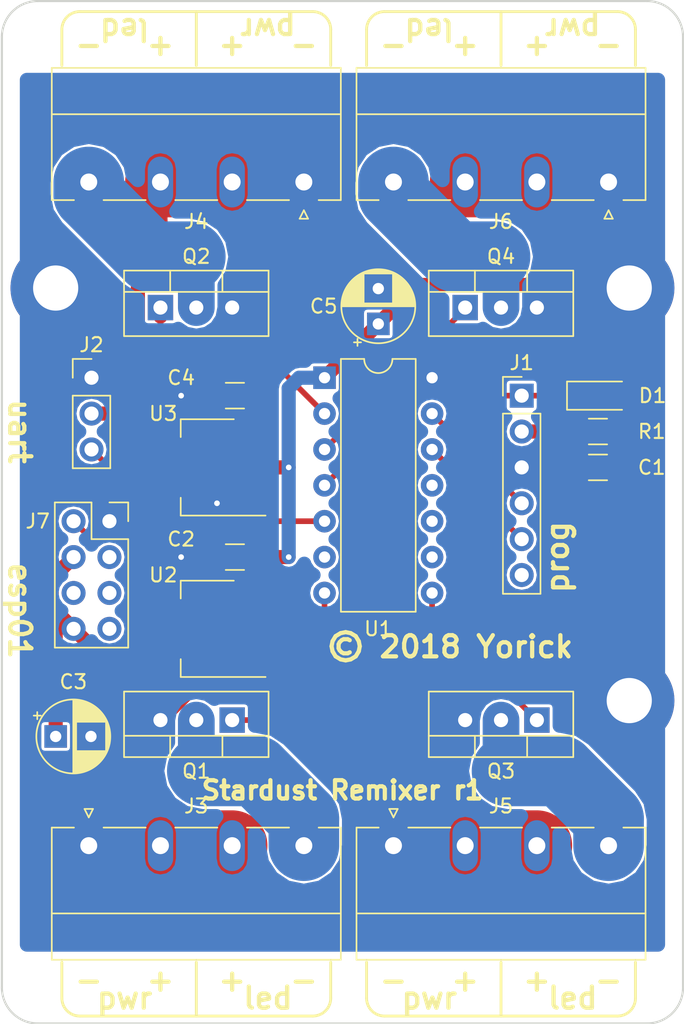
<source format=kicad_pcb>
(kicad_pcb (version 20171130) (host pcbnew 2017-12-11)

  (general
    (thickness 1.6)
    (drawings 65)
    (tracks 113)
    (zones 0)
    (modules 24)
    (nets 30)
  )

  (page A4)
  (layers
    (0 F.Cu signal)
    (31 B.Cu signal)
    (32 B.Adhes user)
    (33 F.Adhes user)
    (34 B.Paste user)
    (35 F.Paste user)
    (36 B.SilkS user)
    (37 F.SilkS user)
    (38 B.Mask user)
    (39 F.Mask user)
    (40 Dwgs.User user)
    (41 Cmts.User user)
    (42 Eco1.User user)
    (43 Eco2.User user)
    (44 Edge.Cuts user)
    (45 Margin user)
    (46 B.CrtYd user)
    (47 F.CrtYd user)
    (48 B.Fab user)
    (49 F.Fab user hide)
  )

  (setup
    (last_trace_width 1)
    (user_trace_width 0.4)
    (user_trace_width 1)
    (user_trace_width 2.6)
    (user_trace_width 5)
    (user_trace_width 9)
    (trace_clearance 0.2)
    (zone_clearance 0.2)
    (zone_45_only no)
    (trace_min 0.2)
    (segment_width 0.2)
    (edge_width 0.15)
    (via_size 0.8)
    (via_drill 0.4)
    (via_min_size 0.4)
    (via_min_drill 0.3)
    (uvia_size 0.3)
    (uvia_drill 0.1)
    (uvias_allowed no)
    (uvia_min_size 0.2)
    (uvia_min_drill 0.1)
    (pcb_text_width 0.3)
    (pcb_text_size 1.5 1.5)
    (mod_edge_width 0.15)
    (mod_text_size 1 1)
    (mod_text_width 0.15)
    (pad_size 6.4 6.4)
    (pad_drill 3.2)
    (pad_to_mask_clearance 0.2)
    (aux_axis_origin 114.104762 135.3675)
    (visible_elements FFFFFF7F)
    (pcbplotparams
      (layerselection 0x010fc_ffffffff)
      (usegerberextensions false)
      (usegerberattributes false)
      (usegerberadvancedattributes false)
      (creategerberjobfile false)
      (excludeedgelayer true)
      (linewidth 0.100000)
      (plotframeref false)
      (viasonmask false)
      (mode 1)
      (useauxorigin false)
      (hpglpennumber 1)
      (hpglpenspeed 20)
      (hpglpendiameter 15)
      (psnegative false)
      (psa4output false)
      (plotreference true)
      (plotvalue true)
      (plotinvisibletext false)
      (padsonsilk false)
      (subtractmaskfromsilk false)
      (outputformat 1)
      (mirror false)
      (drillshape 0)
      (scaleselection 1)
      (outputdirectory /home/yorick/projects/stardust-remixer/output/))
  )

  (net 0 "")
  (net 1 +5V)
  (net 2 MCLR)
  (net 3 PGC)
  (net 4 GND)
  (net 5 PGD)
  (net 6 PWM2)
  (net 7 G2)
  (net 8 G0)
  (net 9 PWM0)
  (net 10 PWM3)
  (net 11 G3)
  (net 12 G1)
  (net 13 PWM1)
  (net 14 "Net-(U1-Pad11)")
  (net 15 uart_rx)
  (net 16 /PGM)
  (net 17 /12v_2)
  (net 18 /12v_3)
  (net 19 /12v_1)
  (net 20 "Net-(U1-Pad6)")
  (net 21 12V_0)
  (net 22 +3V3)
  (net 23 "Net-(J7-Pad3)")
  (net 24 "Net-(J7-Pad5)")
  (net 25 "Net-(J7-Pad6)")
  (net 26 "Net-(J7-Pad7)")
  (net 27 "Net-(U1-Pad9)")
  (net 28 "Net-(U1-Pad10)")
  (net 29 "Net-(C1-Pad1)")

  (net_class Default "This is the default net class."
    (clearance 0.2)
    (trace_width 1)
    (via_dia 0.8)
    (via_drill 0.4)
    (uvia_dia 0.3)
    (uvia_drill 0.1)
    (add_net +3V3)
    (add_net +5V)
    (add_net 12V_0)
    (add_net MCLR)
    (add_net "Net-(C1-Pad1)")
    (add_net "Net-(J7-Pad3)")
    (add_net "Net-(J7-Pad5)")
    (add_net "Net-(J7-Pad6)")
    (add_net "Net-(J7-Pad7)")
    (add_net "Net-(U1-Pad10)")
    (add_net "Net-(U1-Pad11)")
    (add_net "Net-(U1-Pad6)")
    (add_net "Net-(U1-Pad9)")
  )

  (net_class pwr ""
    (clearance 0.2)
    (trace_width 3.5)
    (via_dia 0.8)
    (via_drill 0.4)
    (uvia_dia 0.3)
    (uvia_drill 0.1)
    (add_net /12v_1)
    (add_net /12v_2)
    (add_net /12v_3)
    (add_net G0)
    (add_net G1)
    (add_net G2)
    (add_net G3)
    (add_net GND)
  )

  (net_class signal ""
    (clearance 0.2)
    (trace_width 0.4)
    (via_dia 0.8)
    (via_drill 0.4)
    (uvia_dia 0.3)
    (uvia_drill 0.1)
    (add_net /PGM)
    (add_net PGC)
    (add_net PGD)
    (add_net PWM0)
    (add_net PWM1)
    (add_net PWM2)
    (add_net PWM3)
    (add_net uart_rx)
  )

  (module Connector_PinHeader_2.54mm:PinHeader_1x06_P2.54mm_Vertical (layer F.Cu) (tedit 59FED5CC) (tstamp 5A6CE122)
    (at 148.59 90.17)
    (descr "Through hole straight pin header, 1x06, 2.54mm pitch, single row")
    (tags "Through hole pin header THT 1x06 2.54mm single row")
    (path /5A5BB42D)
    (fp_text reference J1 (at 0 -2.33) (layer F.SilkS)
      (effects (font (size 1 1) (thickness 0.15)))
    )
    (fp_text value prog (at 0 15.03) (layer F.Fab)
      (effects (font (size 1 1) (thickness 0.15)))
    )
    (fp_line (start -0.635 -1.27) (end 1.27 -1.27) (layer F.Fab) (width 0.1))
    (fp_line (start 1.27 -1.27) (end 1.27 13.97) (layer F.Fab) (width 0.1))
    (fp_line (start 1.27 13.97) (end -1.27 13.97) (layer F.Fab) (width 0.1))
    (fp_line (start -1.27 13.97) (end -1.27 -0.635) (layer F.Fab) (width 0.1))
    (fp_line (start -1.27 -0.635) (end -0.635 -1.27) (layer F.Fab) (width 0.1))
    (fp_line (start -1.33 14.03) (end 1.33 14.03) (layer F.SilkS) (width 0.12))
    (fp_line (start -1.33 1.27) (end -1.33 14.03) (layer F.SilkS) (width 0.12))
    (fp_line (start 1.33 1.27) (end 1.33 14.03) (layer F.SilkS) (width 0.12))
    (fp_line (start -1.33 1.27) (end 1.33 1.27) (layer F.SilkS) (width 0.12))
    (fp_line (start -1.33 0) (end -1.33 -1.33) (layer F.SilkS) (width 0.12))
    (fp_line (start -1.33 -1.33) (end 0 -1.33) (layer F.SilkS) (width 0.12))
    (fp_line (start -1.8 -1.8) (end -1.8 14.5) (layer F.CrtYd) (width 0.05))
    (fp_line (start -1.8 14.5) (end 1.8 14.5) (layer F.CrtYd) (width 0.05))
    (fp_line (start 1.8 14.5) (end 1.8 -1.8) (layer F.CrtYd) (width 0.05))
    (fp_line (start 1.8 -1.8) (end -1.8 -1.8) (layer F.CrtYd) (width 0.05))
    (fp_text user %R (at 0 6.35 90) (layer F.Fab)
      (effects (font (size 1 1) (thickness 0.15)))
    )
    (pad 1 thru_hole rect (at 0 0) (size 1.7 1.7) (drill 1) (layers *.Cu *.Mask)
      (net 2 MCLR))
    (pad 2 thru_hole oval (at 0 2.54) (size 1.7 1.7) (drill 1) (layers *.Cu *.Mask)
      (net 1 +5V))
    (pad 3 thru_hole oval (at 0 5.08) (size 1.7 1.7) (drill 1) (layers *.Cu *.Mask)
      (net 4 GND))
    (pad 4 thru_hole oval (at 0 7.62) (size 1.7 1.7) (drill 1) (layers *.Cu *.Mask)
      (net 5 PGD))
    (pad 5 thru_hole oval (at 0 10.16) (size 1.7 1.7) (drill 1) (layers *.Cu *.Mask)
      (net 3 PGC))
    (pad 6 thru_hole oval (at 0 12.7) (size 1.7 1.7) (drill 1) (layers *.Cu *.Mask)
      (net 16 /PGM))
    (model ${KISYS3DMOD}/Connector_PinHeader_2.54mm.3dshapes/PinHeader_1x06_P2.54mm_Vertical.wrl
      (at (xyz 0 0 0))
      (scale (xyz 1 1 1))
      (rotate (xyz 0 0 0))
    )
  )

  (module Capacitor_SMD:C_1206_3216Metric_Pad1.24x1.80mm_HandSolder (layer F.Cu) (tedit 59FE48B8) (tstamp 5A6E9B48)
    (at 153.9925 95.25 180)
    (descr "Capacitor SMD 1206 (3216 Metric), square (rectangular) end terminal, IPC_7351 nominal with elongated pad for handsoldering. (Body size source: http://www.tortai-tech.com/upload/download/2011102023233369053.pdf), generated with kicad-footprint-generator")
    (tags "capacitor handsolder")
    (path /5A5FCF27)
    (attr smd)
    (fp_text reference C1 (at -3.81 0 180) (layer F.SilkS)
      (effects (font (size 1 1) (thickness 0.15)))
    )
    (fp_text value "10 nF" (at 0 2.05 180) (layer F.Fab)
      (effects (font (size 1 1) (thickness 0.15)))
    )
    (fp_line (start -1.6 0.8) (end -1.6 -0.8) (layer F.Fab) (width 0.1))
    (fp_line (start -1.6 -0.8) (end 1.6 -0.8) (layer F.Fab) (width 0.1))
    (fp_line (start 1.6 -0.8) (end 1.6 0.8) (layer F.Fab) (width 0.1))
    (fp_line (start 1.6 0.8) (end -1.6 0.8) (layer F.Fab) (width 0.1))
    (fp_line (start -0.65 -0.91) (end 0.65 -0.91) (layer F.SilkS) (width 0.12))
    (fp_line (start -0.65 0.91) (end 0.65 0.91) (layer F.SilkS) (width 0.12))
    (fp_line (start -2.46 1.15) (end -2.46 -1.15) (layer F.CrtYd) (width 0.05))
    (fp_line (start -2.46 -1.15) (end 2.46 -1.15) (layer F.CrtYd) (width 0.05))
    (fp_line (start 2.46 -1.15) (end 2.46 1.15) (layer F.CrtYd) (width 0.05))
    (fp_line (start 2.46 1.15) (end -2.46 1.15) (layer F.CrtYd) (width 0.05))
    (fp_text user %R (at 0 0 180) (layer F.Fab)
      (effects (font (size 0.8 0.8) (thickness 0.12)))
    )
    (pad 1 smd rect (at -1.5925 0 180) (size 1.245 1.8) (layers F.Cu F.Paste F.Mask)
      (net 29 "Net-(C1-Pad1)"))
    (pad 2 smd rect (at 1.5925 0 180) (size 1.245 1.8) (layers F.Cu F.Paste F.Mask)
      (net 4 GND))
    (model ${KISYS3DMOD}/Capacitor_SMD.3dshapes/C_1206_3216Metric.wrl
      (at (xyz 0 0 0))
      (scale (xyz 1 1 1))
      (rotate (xyz 0 0 0))
    )
  )

  (module Resistor_SMD:R_1206_3216Metric_Pad1.24x1.80mm_HandSolder (layer F.Cu) (tedit 59FE48B8) (tstamp 5A6E9B18)
    (at 153.9925 92.71 180)
    (descr "Resistor SMD 1206 (3216 Metric), square (rectangular) end terminal, IPC_7351 nominal with elongated pad for handsoldering. (Body size source: http://www.tortai-tech.com/upload/download/2011102023233369053.pdf), generated with kicad-footprint-generator")
    (tags "resistor handsolder")
    (path /5A5B6BD0)
    (attr smd)
    (fp_text reference R1 (at -3.81 0 180) (layer F.SilkS)
      (effects (font (size 1 1) (thickness 0.15)))
    )
    (fp_text value 10k (at 0 2.05 180) (layer F.Fab)
      (effects (font (size 1 1) (thickness 0.15)))
    )
    (fp_line (start -1.6 0.8) (end -1.6 -0.8) (layer F.Fab) (width 0.1))
    (fp_line (start -1.6 -0.8) (end 1.6 -0.8) (layer F.Fab) (width 0.1))
    (fp_line (start 1.6 -0.8) (end 1.6 0.8) (layer F.Fab) (width 0.1))
    (fp_line (start 1.6 0.8) (end -1.6 0.8) (layer F.Fab) (width 0.1))
    (fp_line (start -0.65 -0.91) (end 0.65 -0.91) (layer F.SilkS) (width 0.12))
    (fp_line (start -0.65 0.91) (end 0.65 0.91) (layer F.SilkS) (width 0.12))
    (fp_line (start -2.46 1.15) (end -2.46 -1.15) (layer F.CrtYd) (width 0.05))
    (fp_line (start -2.46 -1.15) (end 2.46 -1.15) (layer F.CrtYd) (width 0.05))
    (fp_line (start 2.46 -1.15) (end 2.46 1.15) (layer F.CrtYd) (width 0.05))
    (fp_line (start 2.46 1.15) (end -2.46 1.15) (layer F.CrtYd) (width 0.05))
    (fp_text user %R (at 0 0 180) (layer F.Fab)
      (effects (font (size 0.8 0.8) (thickness 0.12)))
    )
    (pad 1 smd rect (at -1.5925 0 180) (size 1.245 1.8) (layers F.Cu F.Paste F.Mask)
      (net 29 "Net-(C1-Pad1)"))
    (pad 2 smd rect (at 1.5925 0 180) (size 1.245 1.8) (layers F.Cu F.Paste F.Mask)
      (net 1 +5V))
    (model ${KISYS3DMOD}/Resistor_SMD.3dshapes/R_1206_3216Metric.wrl
      (at (xyz 0 0 0))
      (scale (xyz 1 1 1))
      (rotate (xyz 0 0 0))
    )
  )

  (module Diode_SMD:D_SOD-123 (layer F.Cu) (tedit 58645DC7) (tstamp 5A6CF1A7)
    (at 154.05 90.17)
    (descr SOD-123)
    (tags SOD-123)
    (path /5A60D18E)
    (attr smd)
    (fp_text reference D1 (at 3.81 0) (layer F.SilkS)
      (effects (font (size 1 1) (thickness 0.15)))
    )
    (fp_text value 1N5817 (at 0 2.1) (layer F.Fab)
      (effects (font (size 1 1) (thickness 0.15)))
    )
    (fp_text user %R (at 0 -2) (layer F.Fab)
      (effects (font (size 1 1) (thickness 0.15)))
    )
    (fp_line (start -2.25 -1) (end -2.25 1) (layer F.SilkS) (width 0.12))
    (fp_line (start 0.25 0) (end 0.75 0) (layer F.Fab) (width 0.1))
    (fp_line (start 0.25 0.4) (end -0.35 0) (layer F.Fab) (width 0.1))
    (fp_line (start 0.25 -0.4) (end 0.25 0.4) (layer F.Fab) (width 0.1))
    (fp_line (start -0.35 0) (end 0.25 -0.4) (layer F.Fab) (width 0.1))
    (fp_line (start -0.35 0) (end -0.35 0.55) (layer F.Fab) (width 0.1))
    (fp_line (start -0.35 0) (end -0.35 -0.55) (layer F.Fab) (width 0.1))
    (fp_line (start -0.75 0) (end -0.35 0) (layer F.Fab) (width 0.1))
    (fp_line (start -1.4 0.9) (end -1.4 -0.9) (layer F.Fab) (width 0.1))
    (fp_line (start 1.4 0.9) (end -1.4 0.9) (layer F.Fab) (width 0.1))
    (fp_line (start 1.4 -0.9) (end 1.4 0.9) (layer F.Fab) (width 0.1))
    (fp_line (start -1.4 -0.9) (end 1.4 -0.9) (layer F.Fab) (width 0.1))
    (fp_line (start -2.35 -1.15) (end 2.35 -1.15) (layer F.CrtYd) (width 0.05))
    (fp_line (start 2.35 -1.15) (end 2.35 1.15) (layer F.CrtYd) (width 0.05))
    (fp_line (start 2.35 1.15) (end -2.35 1.15) (layer F.CrtYd) (width 0.05))
    (fp_line (start -2.35 -1.15) (end -2.35 1.15) (layer F.CrtYd) (width 0.05))
    (fp_line (start -2.25 1) (end 1.65 1) (layer F.SilkS) (width 0.12))
    (fp_line (start -2.25 -1) (end 1.65 -1) (layer F.SilkS) (width 0.12))
    (pad 1 smd rect (at -1.65 0) (size 0.9 1.2) (layers F.Cu F.Paste F.Mask)
      (net 2 MCLR))
    (pad 2 smd rect (at 1.65 0) (size 0.9 1.2) (layers F.Cu F.Paste F.Mask)
      (net 29 "Net-(C1-Pad1)"))
    (model ${KISYS3DMOD}/Diode_SMD.3dshapes/D_SOD-123.wrl
      (at (xyz 0 0 0))
      (scale (xyz 1 1 1))
      (rotate (xyz 0 0 0))
    )
  )

  (module Package_DIP:DIP-14_W7.62mm (layer F.Cu) (tedit 5A02E8C5) (tstamp 5A68AB2B)
    (at 134.62 88.9)
    (descr "14-lead though-hole mounted DIP package, row spacing 7.62 mm (300 mils)")
    (tags "THT DIP DIL PDIP 2.54mm 7.62mm 300mil")
    (path /5A5EB94F)
    (fp_text reference U1 (at 3.81 17.78) (layer F.SilkS)
      (effects (font (size 1 1) (thickness 0.15)))
    )
    (fp_text value PIC16F1575-IP (at 3.81 17.57) (layer F.Fab)
      (effects (font (size 1 1) (thickness 0.15)))
    )
    (fp_arc (start 3.81 -1.33) (end 2.81 -1.33) (angle -180) (layer F.SilkS) (width 0.12))
    (fp_line (start 1.635 -1.27) (end 6.985 -1.27) (layer F.Fab) (width 0.1))
    (fp_line (start 6.985 -1.27) (end 6.985 16.51) (layer F.Fab) (width 0.1))
    (fp_line (start 6.985 16.51) (end 0.635 16.51) (layer F.Fab) (width 0.1))
    (fp_line (start 0.635 16.51) (end 0.635 -0.27) (layer F.Fab) (width 0.1))
    (fp_line (start 0.635 -0.27) (end 1.635 -1.27) (layer F.Fab) (width 0.1))
    (fp_line (start 2.81 -1.33) (end 1.16 -1.33) (layer F.SilkS) (width 0.12))
    (fp_line (start 1.16 -1.33) (end 1.16 16.57) (layer F.SilkS) (width 0.12))
    (fp_line (start 1.16 16.57) (end 6.46 16.57) (layer F.SilkS) (width 0.12))
    (fp_line (start 6.46 16.57) (end 6.46 -1.33) (layer F.SilkS) (width 0.12))
    (fp_line (start 6.46 -1.33) (end 4.81 -1.33) (layer F.SilkS) (width 0.12))
    (fp_line (start -1.1 -1.55) (end -1.1 16.8) (layer F.CrtYd) (width 0.05))
    (fp_line (start -1.1 16.8) (end 8.7 16.8) (layer F.CrtYd) (width 0.05))
    (fp_line (start 8.7 16.8) (end 8.7 -1.55) (layer F.CrtYd) (width 0.05))
    (fp_line (start 8.7 -1.55) (end -1.1 -1.55) (layer F.CrtYd) (width 0.05))
    (fp_text user %R (at 3.81 7.62) (layer F.Fab)
      (effects (font (size 1 1) (thickness 0.15)))
    )
    (pad 1 thru_hole rect (at 0 0) (size 1.6 1.6) (drill 0.8) (layers *.Cu *.Mask)
      (net 1 +5V))
    (pad 8 thru_hole oval (at 7.62 15.24) (size 1.6 1.6) (drill 0.8) (layers *.Cu *.Mask)
      (net 10 PWM3))
    (pad 2 thru_hole oval (at 0 2.54) (size 1.6 1.6) (drill 0.8) (layers *.Cu *.Mask)
      (net 9 PWM0))
    (pad 9 thru_hole oval (at 7.62 12.7) (size 1.6 1.6) (drill 0.8) (layers *.Cu *.Mask)
      (net 27 "Net-(U1-Pad9)"))
    (pad 3 thru_hole oval (at 0 5.08) (size 1.6 1.6) (drill 0.8) (layers *.Cu *.Mask)
      (net 13 PWM1))
    (pad 10 thru_hole oval (at 7.62 10.16) (size 1.6 1.6) (drill 0.8) (layers *.Cu *.Mask)
      (net 28 "Net-(U1-Pad10)"))
    (pad 4 thru_hole oval (at 0 7.62) (size 1.6 1.6) (drill 0.8) (layers *.Cu *.Mask)
      (net 2 MCLR))
    (pad 11 thru_hole oval (at 7.62 7.62) (size 1.6 1.6) (drill 0.8) (layers *.Cu *.Mask)
      (net 14 "Net-(U1-Pad11)"))
    (pad 5 thru_hole oval (at 0 10.16) (size 1.6 1.6) (drill 0.8) (layers *.Cu *.Mask)
      (net 15 uart_rx))
    (pad 12 thru_hole oval (at 7.62 5.08) (size 1.6 1.6) (drill 0.8) (layers *.Cu *.Mask)
      (net 3 PGC))
    (pad 6 thru_hole oval (at 0 12.7) (size 1.6 1.6) (drill 0.8) (layers *.Cu *.Mask)
      (net 20 "Net-(U1-Pad6)"))
    (pad 13 thru_hole oval (at 7.62 2.54) (size 1.6 1.6) (drill 0.8) (layers *.Cu *.Mask)
      (net 5 PGD))
    (pad 7 thru_hole oval (at 0 15.24) (size 1.6 1.6) (drill 0.8) (layers *.Cu *.Mask)
      (net 6 PWM2))
    (pad 14 thru_hole oval (at 7.62 0) (size 1.6 1.6) (drill 0.8) (layers *.Cu *.Mask)
      (net 4 GND))
    (model ${KISYS3DMOD}/Package_DIP.3dshapes/DIP-14_W7.62mm.wrl
      (at (xyz 0 0 0))
      (scale (xyz 1 1 1))
      (rotate (xyz 0 0 0))
    )
  )

  (module MountingHole:MountingHole_3.2mm_M3_Pad (layer F.Cu) (tedit 5A625696) (tstamp 5A6CF315)
    (at 156.21 82.55)
    (descr "Mounting Hole 3.2mm, M3")
    (tags "mounting hole 3.2mm m3")
    (attr virtual)
    (fp_text reference REF** (at 0 -4.2) (layer F.SilkS) hide
      (effects (font (size 1 1) (thickness 0.15)))
    )
    (fp_text value MountingHole_3.2mm_M3_Pad (at 0 4.2) (layer F.Fab)
      (effects (font (size 1 1) (thickness 0.15)))
    )
    (fp_circle (center 0 0) (end 3.45 0) (layer F.CrtYd) (width 0.05))
    (fp_circle (center 0 0) (end 3.2 0) (layer Cmts.User) (width 0.15))
    (fp_text user %R (at 0.3 0) (layer F.Fab)
      (effects (font (size 1 1) (thickness 0.15)))
    )
    (pad 1 thru_hole circle (at 0 0) (size 6.4 6.4) (drill 3.2) (layers *.Cu *.Mask)
      (net 4 GND))
  )

  (module MountingHole:MountingHole_3.2mm_M3_Pad (layer F.Cu) (tedit 5A623288) (tstamp 5A6CF631)
    (at 115.57 82.55)
    (descr "Mounting Hole 3.2mm, M3")
    (tags "mounting hole 3.2mm m3")
    (attr virtual)
    (fp_text reference REF** (at 0 -4.2) (layer F.SilkS) hide
      (effects (font (size 1 1) (thickness 0.15)))
    )
    (fp_text value MountingHole_3.2mm_M3_Pad (at 0 4.2) (layer F.Fab)
      (effects (font (size 1 1) (thickness 0.15)))
    )
    (fp_circle (center 0 0) (end 3.45 0) (layer F.CrtYd) (width 0.05))
    (fp_circle (center 0 0) (end 3.2 0) (layer Cmts.User) (width 0.15))
    (fp_text user %R (at 0.3 0) (layer F.Fab)
      (effects (font (size 1 1) (thickness 0.15)))
    )
    (pad 1 thru_hole circle (at 0 0) (size 6.4 6.4) (drill 3.2) (layers *.Cu *.Mask)
      (net 4 GND))
  )

  (module MountingHole:MountingHole_3.2mm_M3_Pad (layer F.Cu) (tedit 5A623212) (tstamp 5A6CF12C)
    (at 156.21 111.76)
    (descr "Mounting Hole 3.2mm, M3")
    (tags "mounting hole 3.2mm m3")
    (attr virtual)
    (fp_text reference REF** (at 0 -4.2) (layer F.SilkS) hide
      (effects (font (size 1 1) (thickness 0.15)))
    )
    (fp_text value MountingHole_3.2mm_M3_Pad (at 0 4.2) (layer F.Fab)
      (effects (font (size 1 1) (thickness 0.15)))
    )
    (fp_circle (center 0 0) (end 3.45 0) (layer F.CrtYd) (width 0.05))
    (fp_circle (center 0 0) (end 3.2 0) (layer Cmts.User) (width 0.15))
    (fp_text user %R (at 0.3 0) (layer F.Fab)
      (effects (font (size 1 1) (thickness 0.15)))
    )
    (pad 1 thru_hole circle (at 0 0) (size 6.4 6.4) (drill 3.2) (layers *.Cu *.Mask)
      (net 4 GND))
  )

  (module Connector_PinHeader_2.54mm:PinHeader_1x03_P2.54mm_Vertical (layer F.Cu) (tedit 59FED5CC) (tstamp 5A6CE13B)
    (at 118.11 88.9)
    (descr "Through hole straight pin header, 1x03, 2.54mm pitch, single row")
    (tags "Through hole pin header THT 1x03 2.54mm single row")
    (path /5A5BE088)
    (fp_text reference J2 (at 0 -2.33) (layer F.SilkS)
      (effects (font (size 1 1) (thickness 0.15)))
    )
    (fp_text value uart (at 0 7.41) (layer F.Fab)
      (effects (font (size 1 1) (thickness 0.15)))
    )
    (fp_line (start -0.635 -1.27) (end 1.27 -1.27) (layer F.Fab) (width 0.1))
    (fp_line (start 1.27 -1.27) (end 1.27 6.35) (layer F.Fab) (width 0.1))
    (fp_line (start 1.27 6.35) (end -1.27 6.35) (layer F.Fab) (width 0.1))
    (fp_line (start -1.27 6.35) (end -1.27 -0.635) (layer F.Fab) (width 0.1))
    (fp_line (start -1.27 -0.635) (end -0.635 -1.27) (layer F.Fab) (width 0.1))
    (fp_line (start -1.33 6.41) (end 1.33 6.41) (layer F.SilkS) (width 0.12))
    (fp_line (start -1.33 1.27) (end -1.33 6.41) (layer F.SilkS) (width 0.12))
    (fp_line (start 1.33 1.27) (end 1.33 6.41) (layer F.SilkS) (width 0.12))
    (fp_line (start -1.33 1.27) (end 1.33 1.27) (layer F.SilkS) (width 0.12))
    (fp_line (start -1.33 0) (end -1.33 -1.33) (layer F.SilkS) (width 0.12))
    (fp_line (start -1.33 -1.33) (end 0 -1.33) (layer F.SilkS) (width 0.12))
    (fp_line (start -1.8 -1.8) (end -1.8 6.85) (layer F.CrtYd) (width 0.05))
    (fp_line (start -1.8 6.85) (end 1.8 6.85) (layer F.CrtYd) (width 0.05))
    (fp_line (start 1.8 6.85) (end 1.8 -1.8) (layer F.CrtYd) (width 0.05))
    (fp_line (start 1.8 -1.8) (end -1.8 -1.8) (layer F.CrtYd) (width 0.05))
    (fp_text user %R (at 0 2.54 90) (layer F.Fab)
      (effects (font (size 1 1) (thickness 0.15)))
    )
    (pad 1 thru_hole rect (at 0 0) (size 1.7 1.7) (drill 1) (layers *.Cu *.Mask)
      (net 4 GND))
    (pad 2 thru_hole oval (at 0 2.54) (size 1.7 1.7) (drill 1) (layers *.Cu *.Mask)
      (net 1 +5V))
    (pad 3 thru_hole oval (at 0 5.08) (size 1.7 1.7) (drill 1) (layers *.Cu *.Mask)
      (net 15 uart_rx))
    (model ${KISYS3DMOD}/Connector_PinHeader_2.54mm.3dshapes/PinHeader_1x03_P2.54mm_Vertical.wrl
      (at (xyz 0 0 0))
      (scale (xyz 1 1 1))
      (rotate (xyz 0 0 0))
    )
  )

  (module Capacitor_THT:CP_Radial_D5.0mm_P2.50mm (layer F.Cu) (tedit 5A533290) (tstamp 5A6CD586)
    (at 138.43 85.09 90)
    (descr "CP, Radial series, Radial, pin pitch=2.50mm, , diameter=5mm, Electrolytic Capacitor")
    (tags "CP Radial series Radial pin pitch 2.50mm  diameter 5mm Electrolytic Capacitor")
    (path /5A601A57)
    (fp_text reference C5 (at 1.25 -3.87 180) (layer F.SilkS)
      (effects (font (size 1 1) (thickness 0.15)))
    )
    (fp_text value "47 uF" (at 1.25 3.87 90) (layer F.Fab)
      (effects (font (size 1 1) (thickness 0.15)))
    )
    (fp_circle (center 1.25 0) (end 3.75 0) (layer F.Fab) (width 0.1))
    (fp_circle (center 1.25 0) (end 3.87 0) (layer F.SilkS) (width 0.12))
    (fp_circle (center 1.25 0) (end 4 0) (layer F.CrtYd) (width 0.05))
    (fp_line (start -0.883605 -1.0875) (end -0.383605 -1.0875) (layer F.Fab) (width 0.1))
    (fp_line (start -0.633605 -1.3375) (end -0.633605 -0.8375) (layer F.Fab) (width 0.1))
    (fp_line (start 1.25 -2.58) (end 1.25 2.58) (layer F.SilkS) (width 0.12))
    (fp_line (start 1.29 -2.58) (end 1.29 2.58) (layer F.SilkS) (width 0.12))
    (fp_line (start 1.33 -2.579) (end 1.33 2.579) (layer F.SilkS) (width 0.12))
    (fp_line (start 1.37 -2.578) (end 1.37 2.578) (layer F.SilkS) (width 0.12))
    (fp_line (start 1.41 -2.576) (end 1.41 2.576) (layer F.SilkS) (width 0.12))
    (fp_line (start 1.45 -2.573) (end 1.45 2.573) (layer F.SilkS) (width 0.12))
    (fp_line (start 1.49 -2.569) (end 1.49 -1.04) (layer F.SilkS) (width 0.12))
    (fp_line (start 1.49 1.04) (end 1.49 2.569) (layer F.SilkS) (width 0.12))
    (fp_line (start 1.53 -2.565) (end 1.53 -1.04) (layer F.SilkS) (width 0.12))
    (fp_line (start 1.53 1.04) (end 1.53 2.565) (layer F.SilkS) (width 0.12))
    (fp_line (start 1.57 -2.561) (end 1.57 -1.04) (layer F.SilkS) (width 0.12))
    (fp_line (start 1.57 1.04) (end 1.57 2.561) (layer F.SilkS) (width 0.12))
    (fp_line (start 1.61 -2.556) (end 1.61 -1.04) (layer F.SilkS) (width 0.12))
    (fp_line (start 1.61 1.04) (end 1.61 2.556) (layer F.SilkS) (width 0.12))
    (fp_line (start 1.65 -2.55) (end 1.65 -1.04) (layer F.SilkS) (width 0.12))
    (fp_line (start 1.65 1.04) (end 1.65 2.55) (layer F.SilkS) (width 0.12))
    (fp_line (start 1.69 -2.543) (end 1.69 -1.04) (layer F.SilkS) (width 0.12))
    (fp_line (start 1.69 1.04) (end 1.69 2.543) (layer F.SilkS) (width 0.12))
    (fp_line (start 1.73 -2.536) (end 1.73 -1.04) (layer F.SilkS) (width 0.12))
    (fp_line (start 1.73 1.04) (end 1.73 2.536) (layer F.SilkS) (width 0.12))
    (fp_line (start 1.77 -2.528) (end 1.77 -1.04) (layer F.SilkS) (width 0.12))
    (fp_line (start 1.77 1.04) (end 1.77 2.528) (layer F.SilkS) (width 0.12))
    (fp_line (start 1.81 -2.52) (end 1.81 -1.04) (layer F.SilkS) (width 0.12))
    (fp_line (start 1.81 1.04) (end 1.81 2.52) (layer F.SilkS) (width 0.12))
    (fp_line (start 1.85 -2.511) (end 1.85 -1.04) (layer F.SilkS) (width 0.12))
    (fp_line (start 1.85 1.04) (end 1.85 2.511) (layer F.SilkS) (width 0.12))
    (fp_line (start 1.89 -2.501) (end 1.89 -1.04) (layer F.SilkS) (width 0.12))
    (fp_line (start 1.89 1.04) (end 1.89 2.501) (layer F.SilkS) (width 0.12))
    (fp_line (start 1.93 -2.491) (end 1.93 -1.04) (layer F.SilkS) (width 0.12))
    (fp_line (start 1.93 1.04) (end 1.93 2.491) (layer F.SilkS) (width 0.12))
    (fp_line (start 1.971 -2.48) (end 1.971 -1.04) (layer F.SilkS) (width 0.12))
    (fp_line (start 1.971 1.04) (end 1.971 2.48) (layer F.SilkS) (width 0.12))
    (fp_line (start 2.011 -2.468) (end 2.011 -1.04) (layer F.SilkS) (width 0.12))
    (fp_line (start 2.011 1.04) (end 2.011 2.468) (layer F.SilkS) (width 0.12))
    (fp_line (start 2.051 -2.455) (end 2.051 -1.04) (layer F.SilkS) (width 0.12))
    (fp_line (start 2.051 1.04) (end 2.051 2.455) (layer F.SilkS) (width 0.12))
    (fp_line (start 2.091 -2.442) (end 2.091 -1.04) (layer F.SilkS) (width 0.12))
    (fp_line (start 2.091 1.04) (end 2.091 2.442) (layer F.SilkS) (width 0.12))
    (fp_line (start 2.131 -2.428) (end 2.131 -1.04) (layer F.SilkS) (width 0.12))
    (fp_line (start 2.131 1.04) (end 2.131 2.428) (layer F.SilkS) (width 0.12))
    (fp_line (start 2.171 -2.414) (end 2.171 -1.04) (layer F.SilkS) (width 0.12))
    (fp_line (start 2.171 1.04) (end 2.171 2.414) (layer F.SilkS) (width 0.12))
    (fp_line (start 2.211 -2.398) (end 2.211 -1.04) (layer F.SilkS) (width 0.12))
    (fp_line (start 2.211 1.04) (end 2.211 2.398) (layer F.SilkS) (width 0.12))
    (fp_line (start 2.251 -2.382) (end 2.251 -1.04) (layer F.SilkS) (width 0.12))
    (fp_line (start 2.251 1.04) (end 2.251 2.382) (layer F.SilkS) (width 0.12))
    (fp_line (start 2.291 -2.365) (end 2.291 -1.04) (layer F.SilkS) (width 0.12))
    (fp_line (start 2.291 1.04) (end 2.291 2.365) (layer F.SilkS) (width 0.12))
    (fp_line (start 2.331 -2.348) (end 2.331 -1.04) (layer F.SilkS) (width 0.12))
    (fp_line (start 2.331 1.04) (end 2.331 2.348) (layer F.SilkS) (width 0.12))
    (fp_line (start 2.371 -2.329) (end 2.371 -1.04) (layer F.SilkS) (width 0.12))
    (fp_line (start 2.371 1.04) (end 2.371 2.329) (layer F.SilkS) (width 0.12))
    (fp_line (start 2.411 -2.31) (end 2.411 -1.04) (layer F.SilkS) (width 0.12))
    (fp_line (start 2.411 1.04) (end 2.411 2.31) (layer F.SilkS) (width 0.12))
    (fp_line (start 2.451 -2.29) (end 2.451 -1.04) (layer F.SilkS) (width 0.12))
    (fp_line (start 2.451 1.04) (end 2.451 2.29) (layer F.SilkS) (width 0.12))
    (fp_line (start 2.491 -2.268) (end 2.491 -1.04) (layer F.SilkS) (width 0.12))
    (fp_line (start 2.491 1.04) (end 2.491 2.268) (layer F.SilkS) (width 0.12))
    (fp_line (start 2.531 -2.247) (end 2.531 -1.04) (layer F.SilkS) (width 0.12))
    (fp_line (start 2.531 1.04) (end 2.531 2.247) (layer F.SilkS) (width 0.12))
    (fp_line (start 2.571 -2.224) (end 2.571 -1.04) (layer F.SilkS) (width 0.12))
    (fp_line (start 2.571 1.04) (end 2.571 2.224) (layer F.SilkS) (width 0.12))
    (fp_line (start 2.611 -2.2) (end 2.611 -1.04) (layer F.SilkS) (width 0.12))
    (fp_line (start 2.611 1.04) (end 2.611 2.2) (layer F.SilkS) (width 0.12))
    (fp_line (start 2.651 -2.175) (end 2.651 -1.04) (layer F.SilkS) (width 0.12))
    (fp_line (start 2.651 1.04) (end 2.651 2.175) (layer F.SilkS) (width 0.12))
    (fp_line (start 2.691 -2.149) (end 2.691 -1.04) (layer F.SilkS) (width 0.12))
    (fp_line (start 2.691 1.04) (end 2.691 2.149) (layer F.SilkS) (width 0.12))
    (fp_line (start 2.731 -2.122) (end 2.731 -1.04) (layer F.SilkS) (width 0.12))
    (fp_line (start 2.731 1.04) (end 2.731 2.122) (layer F.SilkS) (width 0.12))
    (fp_line (start 2.771 -2.095) (end 2.771 -1.04) (layer F.SilkS) (width 0.12))
    (fp_line (start 2.771 1.04) (end 2.771 2.095) (layer F.SilkS) (width 0.12))
    (fp_line (start 2.811 -2.065) (end 2.811 -1.04) (layer F.SilkS) (width 0.12))
    (fp_line (start 2.811 1.04) (end 2.811 2.065) (layer F.SilkS) (width 0.12))
    (fp_line (start 2.851 -2.035) (end 2.851 -1.04) (layer F.SilkS) (width 0.12))
    (fp_line (start 2.851 1.04) (end 2.851 2.035) (layer F.SilkS) (width 0.12))
    (fp_line (start 2.891 -2.004) (end 2.891 -1.04) (layer F.SilkS) (width 0.12))
    (fp_line (start 2.891 1.04) (end 2.891 2.004) (layer F.SilkS) (width 0.12))
    (fp_line (start 2.931 -1.971) (end 2.931 -1.04) (layer F.SilkS) (width 0.12))
    (fp_line (start 2.931 1.04) (end 2.931 1.971) (layer F.SilkS) (width 0.12))
    (fp_line (start 2.971 -1.937) (end 2.971 -1.04) (layer F.SilkS) (width 0.12))
    (fp_line (start 2.971 1.04) (end 2.971 1.937) (layer F.SilkS) (width 0.12))
    (fp_line (start 3.011 -1.901) (end 3.011 -1.04) (layer F.SilkS) (width 0.12))
    (fp_line (start 3.011 1.04) (end 3.011 1.901) (layer F.SilkS) (width 0.12))
    (fp_line (start 3.051 -1.864) (end 3.051 -1.04) (layer F.SilkS) (width 0.12))
    (fp_line (start 3.051 1.04) (end 3.051 1.864) (layer F.SilkS) (width 0.12))
    (fp_line (start 3.091 -1.826) (end 3.091 -1.04) (layer F.SilkS) (width 0.12))
    (fp_line (start 3.091 1.04) (end 3.091 1.826) (layer F.SilkS) (width 0.12))
    (fp_line (start 3.131 -1.785) (end 3.131 -1.04) (layer F.SilkS) (width 0.12))
    (fp_line (start 3.131 1.04) (end 3.131 1.785) (layer F.SilkS) (width 0.12))
    (fp_line (start 3.171 -1.743) (end 3.171 -1.04) (layer F.SilkS) (width 0.12))
    (fp_line (start 3.171 1.04) (end 3.171 1.743) (layer F.SilkS) (width 0.12))
    (fp_line (start 3.211 -1.699) (end 3.211 -1.04) (layer F.SilkS) (width 0.12))
    (fp_line (start 3.211 1.04) (end 3.211 1.699) (layer F.SilkS) (width 0.12))
    (fp_line (start 3.251 -1.653) (end 3.251 -1.04) (layer F.SilkS) (width 0.12))
    (fp_line (start 3.251 1.04) (end 3.251 1.653) (layer F.SilkS) (width 0.12))
    (fp_line (start 3.291 -1.605) (end 3.291 -1.04) (layer F.SilkS) (width 0.12))
    (fp_line (start 3.291 1.04) (end 3.291 1.605) (layer F.SilkS) (width 0.12))
    (fp_line (start 3.331 -1.554) (end 3.331 -1.04) (layer F.SilkS) (width 0.12))
    (fp_line (start 3.331 1.04) (end 3.331 1.554) (layer F.SilkS) (width 0.12))
    (fp_line (start 3.371 -1.5) (end 3.371 -1.04) (layer F.SilkS) (width 0.12))
    (fp_line (start 3.371 1.04) (end 3.371 1.5) (layer F.SilkS) (width 0.12))
    (fp_line (start 3.411 -1.443) (end 3.411 -1.04) (layer F.SilkS) (width 0.12))
    (fp_line (start 3.411 1.04) (end 3.411 1.443) (layer F.SilkS) (width 0.12))
    (fp_line (start 3.451 -1.383) (end 3.451 -1.04) (layer F.SilkS) (width 0.12))
    (fp_line (start 3.451 1.04) (end 3.451 1.383) (layer F.SilkS) (width 0.12))
    (fp_line (start 3.491 -1.319) (end 3.491 -1.04) (layer F.SilkS) (width 0.12))
    (fp_line (start 3.491 1.04) (end 3.491 1.319) (layer F.SilkS) (width 0.12))
    (fp_line (start 3.531 -1.251) (end 3.531 -1.04) (layer F.SilkS) (width 0.12))
    (fp_line (start 3.531 1.04) (end 3.531 1.251) (layer F.SilkS) (width 0.12))
    (fp_line (start 3.571 -1.178) (end 3.571 1.178) (layer F.SilkS) (width 0.12))
    (fp_line (start 3.611 -1.098) (end 3.611 1.098) (layer F.SilkS) (width 0.12))
    (fp_line (start 3.651 -1.011) (end 3.651 1.011) (layer F.SilkS) (width 0.12))
    (fp_line (start 3.691 -0.915) (end 3.691 0.915) (layer F.SilkS) (width 0.12))
    (fp_line (start 3.731 -0.805) (end 3.731 0.805) (layer F.SilkS) (width 0.12))
    (fp_line (start 3.771 -0.677) (end 3.771 0.677) (layer F.SilkS) (width 0.12))
    (fp_line (start 3.811 -0.518) (end 3.811 0.518) (layer F.SilkS) (width 0.12))
    (fp_line (start 3.851 -0.284) (end 3.851 0.284) (layer F.SilkS) (width 0.12))
    (fp_line (start -1.554775 -1.475) (end -1.054775 -1.475) (layer F.SilkS) (width 0.12))
    (fp_line (start -1.304775 -1.725) (end -1.304775 -1.225) (layer F.SilkS) (width 0.12))
    (fp_text user %R (at 1.25 0 90) (layer F.Fab)
      (effects (font (size 1 1) (thickness 0.15)))
    )
    (pad 1 thru_hole rect (at 0 0 90) (size 1.6 1.6) (drill 0.8) (layers *.Cu *.Mask)
      (net 1 +5V))
    (pad 2 thru_hole circle (at 2.5 0 90) (size 1.6 1.6) (drill 0.8) (layers *.Cu *.Mask)
      (net 4 GND))
    (model ${KISYS3DMOD}/Capacitor_THT.3dshapes/CP_Radial_D5.0mm_P2.50mm.wrl
      (at (xyz 0 0 0))
      (scale (xyz 1 1 1))
      (rotate (xyz 0 0 0))
    )
  )

  (module Capacitor_SMD:C_1206_3216Metric_Pad1.24x1.80mm_HandSolder (layer F.Cu) (tedit 59FE48B8) (tstamp 5A6B3897)
    (at 128.27 90.17 180)
    (descr "Capacitor SMD 1206 (3216 Metric), square (rectangular) end terminal, IPC_7351 nominal with elongated pad for handsoldering. (Body size source: http://www.tortai-tech.com/upload/download/2011102023233369053.pdf), generated with kicad-footprint-generator")
    (tags "capacitor handsolder")
    (path /5A601A5D)
    (attr smd)
    (fp_text reference C4 (at 3.81 1.27 180) (layer F.SilkS)
      (effects (font (size 1 1) (thickness 0.15)))
    )
    (fp_text value "10 uF" (at 0 2.05 180) (layer F.Fab)
      (effects (font (size 1 1) (thickness 0.15)))
    )
    (fp_line (start -1.6 0.8) (end -1.6 -0.8) (layer F.Fab) (width 0.1))
    (fp_line (start -1.6 -0.8) (end 1.6 -0.8) (layer F.Fab) (width 0.1))
    (fp_line (start 1.6 -0.8) (end 1.6 0.8) (layer F.Fab) (width 0.1))
    (fp_line (start 1.6 0.8) (end -1.6 0.8) (layer F.Fab) (width 0.1))
    (fp_line (start -0.65 -0.91) (end 0.65 -0.91) (layer F.SilkS) (width 0.12))
    (fp_line (start -0.65 0.91) (end 0.65 0.91) (layer F.SilkS) (width 0.12))
    (fp_line (start -2.46 1.15) (end -2.46 -1.15) (layer F.CrtYd) (width 0.05))
    (fp_line (start -2.46 -1.15) (end 2.46 -1.15) (layer F.CrtYd) (width 0.05))
    (fp_line (start 2.46 -1.15) (end 2.46 1.15) (layer F.CrtYd) (width 0.05))
    (fp_line (start 2.46 1.15) (end -2.46 1.15) (layer F.CrtYd) (width 0.05))
    (fp_text user %R (at 0 0 180) (layer F.Fab)
      (effects (font (size 0.8 0.8) (thickness 0.12)))
    )
    (pad 1 smd rect (at -1.5925 0 180) (size 1.245 1.8) (layers F.Cu F.Paste F.Mask)
      (net 21 12V_0))
    (pad 2 smd rect (at 1.5925 0 180) (size 1.245 1.8) (layers F.Cu F.Paste F.Mask)
      (net 4 GND))
    (model ${KISYS3DMOD}/Capacitor_SMD.3dshapes/C_1206_3216Metric.wrl
      (at (xyz 0 0 0))
      (scale (xyz 1 1 1))
      (rotate (xyz 0 0 0))
    )
  )

  (module Capacitor_SMD:C_1206_3216Metric_Pad1.24x1.80mm_HandSolder (layer F.Cu) (tedit 59FE48B8) (tstamp 5A6CD82B)
    (at 128.27 101.6 180)
    (descr "Capacitor SMD 1206 (3216 Metric), square (rectangular) end terminal, IPC_7351 nominal with elongated pad for handsoldering. (Body size source: http://www.tortai-tech.com/upload/download/2011102023233369053.pdf), generated with kicad-footprint-generator")
    (tags "capacitor handsolder")
    (path /5A5FECB8)
    (attr smd)
    (fp_text reference C2 (at 3.81 1.27 180) (layer F.SilkS)
      (effects (font (size 1 1) (thickness 0.15)))
    )
    (fp_text value "10 uF" (at 0 2.05 180) (layer F.Fab)
      (effects (font (size 1 1) (thickness 0.15)))
    )
    (fp_text user %R (at 0 0 180) (layer F.Fab)
      (effects (font (size 0.8 0.8) (thickness 0.12)))
    )
    (fp_line (start 2.46 1.15) (end -2.46 1.15) (layer F.CrtYd) (width 0.05))
    (fp_line (start 2.46 -1.15) (end 2.46 1.15) (layer F.CrtYd) (width 0.05))
    (fp_line (start -2.46 -1.15) (end 2.46 -1.15) (layer F.CrtYd) (width 0.05))
    (fp_line (start -2.46 1.15) (end -2.46 -1.15) (layer F.CrtYd) (width 0.05))
    (fp_line (start -0.65 0.91) (end 0.65 0.91) (layer F.SilkS) (width 0.12))
    (fp_line (start -0.65 -0.91) (end 0.65 -0.91) (layer F.SilkS) (width 0.12))
    (fp_line (start 1.6 0.8) (end -1.6 0.8) (layer F.Fab) (width 0.1))
    (fp_line (start 1.6 -0.8) (end 1.6 0.8) (layer F.Fab) (width 0.1))
    (fp_line (start -1.6 -0.8) (end 1.6 -0.8) (layer F.Fab) (width 0.1))
    (fp_line (start -1.6 0.8) (end -1.6 -0.8) (layer F.Fab) (width 0.1))
    (pad 2 smd rect (at 1.5925 0 180) (size 1.245 1.8) (layers F.Cu F.Paste F.Mask)
      (net 4 GND))
    (pad 1 smd rect (at -1.5925 0 180) (size 1.245 1.8) (layers F.Cu F.Paste F.Mask)
      (net 1 +5V))
    (model ${KISYS3DMOD}/Capacitor_SMD.3dshapes/C_1206_3216Metric.wrl
      (at (xyz 0 0 0))
      (scale (xyz 1 1 1))
      (rotate (xyz 0 0 0))
    )
  )

  (module Capacitor_THT:CP_Radial_D5.0mm_P2.50mm (layer F.Cu) (tedit 5A533290) (tstamp 5A6B3DD7)
    (at 115.57 114.3)
    (descr "CP, Radial series, Radial, pin pitch=2.50mm, , diameter=5mm, Electrolytic Capacitor")
    (tags "CP Radial series Radial pin pitch 2.50mm  diameter 5mm Electrolytic Capacitor")
    (path /5A5FE8F4)
    (fp_text reference C3 (at 1.25 -3.87) (layer F.SilkS)
      (effects (font (size 1 1) (thickness 0.15)))
    )
    (fp_text value "47 uF" (at 1.25 3.87) (layer F.Fab)
      (effects (font (size 1 1) (thickness 0.15)))
    )
    (fp_text user %R (at 1.25 0) (layer F.Fab)
      (effects (font (size 1 1) (thickness 0.15)))
    )
    (fp_line (start -1.304775 -1.725) (end -1.304775 -1.225) (layer F.SilkS) (width 0.12))
    (fp_line (start -1.554775 -1.475) (end -1.054775 -1.475) (layer F.SilkS) (width 0.12))
    (fp_line (start 3.851 -0.284) (end 3.851 0.284) (layer F.SilkS) (width 0.12))
    (fp_line (start 3.811 -0.518) (end 3.811 0.518) (layer F.SilkS) (width 0.12))
    (fp_line (start 3.771 -0.677) (end 3.771 0.677) (layer F.SilkS) (width 0.12))
    (fp_line (start 3.731 -0.805) (end 3.731 0.805) (layer F.SilkS) (width 0.12))
    (fp_line (start 3.691 -0.915) (end 3.691 0.915) (layer F.SilkS) (width 0.12))
    (fp_line (start 3.651 -1.011) (end 3.651 1.011) (layer F.SilkS) (width 0.12))
    (fp_line (start 3.611 -1.098) (end 3.611 1.098) (layer F.SilkS) (width 0.12))
    (fp_line (start 3.571 -1.178) (end 3.571 1.178) (layer F.SilkS) (width 0.12))
    (fp_line (start 3.531 1.04) (end 3.531 1.251) (layer F.SilkS) (width 0.12))
    (fp_line (start 3.531 -1.251) (end 3.531 -1.04) (layer F.SilkS) (width 0.12))
    (fp_line (start 3.491 1.04) (end 3.491 1.319) (layer F.SilkS) (width 0.12))
    (fp_line (start 3.491 -1.319) (end 3.491 -1.04) (layer F.SilkS) (width 0.12))
    (fp_line (start 3.451 1.04) (end 3.451 1.383) (layer F.SilkS) (width 0.12))
    (fp_line (start 3.451 -1.383) (end 3.451 -1.04) (layer F.SilkS) (width 0.12))
    (fp_line (start 3.411 1.04) (end 3.411 1.443) (layer F.SilkS) (width 0.12))
    (fp_line (start 3.411 -1.443) (end 3.411 -1.04) (layer F.SilkS) (width 0.12))
    (fp_line (start 3.371 1.04) (end 3.371 1.5) (layer F.SilkS) (width 0.12))
    (fp_line (start 3.371 -1.5) (end 3.371 -1.04) (layer F.SilkS) (width 0.12))
    (fp_line (start 3.331 1.04) (end 3.331 1.554) (layer F.SilkS) (width 0.12))
    (fp_line (start 3.331 -1.554) (end 3.331 -1.04) (layer F.SilkS) (width 0.12))
    (fp_line (start 3.291 1.04) (end 3.291 1.605) (layer F.SilkS) (width 0.12))
    (fp_line (start 3.291 -1.605) (end 3.291 -1.04) (layer F.SilkS) (width 0.12))
    (fp_line (start 3.251 1.04) (end 3.251 1.653) (layer F.SilkS) (width 0.12))
    (fp_line (start 3.251 -1.653) (end 3.251 -1.04) (layer F.SilkS) (width 0.12))
    (fp_line (start 3.211 1.04) (end 3.211 1.699) (layer F.SilkS) (width 0.12))
    (fp_line (start 3.211 -1.699) (end 3.211 -1.04) (layer F.SilkS) (width 0.12))
    (fp_line (start 3.171 1.04) (end 3.171 1.743) (layer F.SilkS) (width 0.12))
    (fp_line (start 3.171 -1.743) (end 3.171 -1.04) (layer F.SilkS) (width 0.12))
    (fp_line (start 3.131 1.04) (end 3.131 1.785) (layer F.SilkS) (width 0.12))
    (fp_line (start 3.131 -1.785) (end 3.131 -1.04) (layer F.SilkS) (width 0.12))
    (fp_line (start 3.091 1.04) (end 3.091 1.826) (layer F.SilkS) (width 0.12))
    (fp_line (start 3.091 -1.826) (end 3.091 -1.04) (layer F.SilkS) (width 0.12))
    (fp_line (start 3.051 1.04) (end 3.051 1.864) (layer F.SilkS) (width 0.12))
    (fp_line (start 3.051 -1.864) (end 3.051 -1.04) (layer F.SilkS) (width 0.12))
    (fp_line (start 3.011 1.04) (end 3.011 1.901) (layer F.SilkS) (width 0.12))
    (fp_line (start 3.011 -1.901) (end 3.011 -1.04) (layer F.SilkS) (width 0.12))
    (fp_line (start 2.971 1.04) (end 2.971 1.937) (layer F.SilkS) (width 0.12))
    (fp_line (start 2.971 -1.937) (end 2.971 -1.04) (layer F.SilkS) (width 0.12))
    (fp_line (start 2.931 1.04) (end 2.931 1.971) (layer F.SilkS) (width 0.12))
    (fp_line (start 2.931 -1.971) (end 2.931 -1.04) (layer F.SilkS) (width 0.12))
    (fp_line (start 2.891 1.04) (end 2.891 2.004) (layer F.SilkS) (width 0.12))
    (fp_line (start 2.891 -2.004) (end 2.891 -1.04) (layer F.SilkS) (width 0.12))
    (fp_line (start 2.851 1.04) (end 2.851 2.035) (layer F.SilkS) (width 0.12))
    (fp_line (start 2.851 -2.035) (end 2.851 -1.04) (layer F.SilkS) (width 0.12))
    (fp_line (start 2.811 1.04) (end 2.811 2.065) (layer F.SilkS) (width 0.12))
    (fp_line (start 2.811 -2.065) (end 2.811 -1.04) (layer F.SilkS) (width 0.12))
    (fp_line (start 2.771 1.04) (end 2.771 2.095) (layer F.SilkS) (width 0.12))
    (fp_line (start 2.771 -2.095) (end 2.771 -1.04) (layer F.SilkS) (width 0.12))
    (fp_line (start 2.731 1.04) (end 2.731 2.122) (layer F.SilkS) (width 0.12))
    (fp_line (start 2.731 -2.122) (end 2.731 -1.04) (layer F.SilkS) (width 0.12))
    (fp_line (start 2.691 1.04) (end 2.691 2.149) (layer F.SilkS) (width 0.12))
    (fp_line (start 2.691 -2.149) (end 2.691 -1.04) (layer F.SilkS) (width 0.12))
    (fp_line (start 2.651 1.04) (end 2.651 2.175) (layer F.SilkS) (width 0.12))
    (fp_line (start 2.651 -2.175) (end 2.651 -1.04) (layer F.SilkS) (width 0.12))
    (fp_line (start 2.611 1.04) (end 2.611 2.2) (layer F.SilkS) (width 0.12))
    (fp_line (start 2.611 -2.2) (end 2.611 -1.04) (layer F.SilkS) (width 0.12))
    (fp_line (start 2.571 1.04) (end 2.571 2.224) (layer F.SilkS) (width 0.12))
    (fp_line (start 2.571 -2.224) (end 2.571 -1.04) (layer F.SilkS) (width 0.12))
    (fp_line (start 2.531 1.04) (end 2.531 2.247) (layer F.SilkS) (width 0.12))
    (fp_line (start 2.531 -2.247) (end 2.531 -1.04) (layer F.SilkS) (width 0.12))
    (fp_line (start 2.491 1.04) (end 2.491 2.268) (layer F.SilkS) (width 0.12))
    (fp_line (start 2.491 -2.268) (end 2.491 -1.04) (layer F.SilkS) (width 0.12))
    (fp_line (start 2.451 1.04) (end 2.451 2.29) (layer F.SilkS) (width 0.12))
    (fp_line (start 2.451 -2.29) (end 2.451 -1.04) (layer F.SilkS) (width 0.12))
    (fp_line (start 2.411 1.04) (end 2.411 2.31) (layer F.SilkS) (width 0.12))
    (fp_line (start 2.411 -2.31) (end 2.411 -1.04) (layer F.SilkS) (width 0.12))
    (fp_line (start 2.371 1.04) (end 2.371 2.329) (layer F.SilkS) (width 0.12))
    (fp_line (start 2.371 -2.329) (end 2.371 -1.04) (layer F.SilkS) (width 0.12))
    (fp_line (start 2.331 1.04) (end 2.331 2.348) (layer F.SilkS) (width 0.12))
    (fp_line (start 2.331 -2.348) (end 2.331 -1.04) (layer F.SilkS) (width 0.12))
    (fp_line (start 2.291 1.04) (end 2.291 2.365) (layer F.SilkS) (width 0.12))
    (fp_line (start 2.291 -2.365) (end 2.291 -1.04) (layer F.SilkS) (width 0.12))
    (fp_line (start 2.251 1.04) (end 2.251 2.382) (layer F.SilkS) (width 0.12))
    (fp_line (start 2.251 -2.382) (end 2.251 -1.04) (layer F.SilkS) (width 0.12))
    (fp_line (start 2.211 1.04) (end 2.211 2.398) (layer F.SilkS) (width 0.12))
    (fp_line (start 2.211 -2.398) (end 2.211 -1.04) (layer F.SilkS) (width 0.12))
    (fp_line (start 2.171 1.04) (end 2.171 2.414) (layer F.SilkS) (width 0.12))
    (fp_line (start 2.171 -2.414) (end 2.171 -1.04) (layer F.SilkS) (width 0.12))
    (fp_line (start 2.131 1.04) (end 2.131 2.428) (layer F.SilkS) (width 0.12))
    (fp_line (start 2.131 -2.428) (end 2.131 -1.04) (layer F.SilkS) (width 0.12))
    (fp_line (start 2.091 1.04) (end 2.091 2.442) (layer F.SilkS) (width 0.12))
    (fp_line (start 2.091 -2.442) (end 2.091 -1.04) (layer F.SilkS) (width 0.12))
    (fp_line (start 2.051 1.04) (end 2.051 2.455) (layer F.SilkS) (width 0.12))
    (fp_line (start 2.051 -2.455) (end 2.051 -1.04) (layer F.SilkS) (width 0.12))
    (fp_line (start 2.011 1.04) (end 2.011 2.468) (layer F.SilkS) (width 0.12))
    (fp_line (start 2.011 -2.468) (end 2.011 -1.04) (layer F.SilkS) (width 0.12))
    (fp_line (start 1.971 1.04) (end 1.971 2.48) (layer F.SilkS) (width 0.12))
    (fp_line (start 1.971 -2.48) (end 1.971 -1.04) (layer F.SilkS) (width 0.12))
    (fp_line (start 1.93 1.04) (end 1.93 2.491) (layer F.SilkS) (width 0.12))
    (fp_line (start 1.93 -2.491) (end 1.93 -1.04) (layer F.SilkS) (width 0.12))
    (fp_line (start 1.89 1.04) (end 1.89 2.501) (layer F.SilkS) (width 0.12))
    (fp_line (start 1.89 -2.501) (end 1.89 -1.04) (layer F.SilkS) (width 0.12))
    (fp_line (start 1.85 1.04) (end 1.85 2.511) (layer F.SilkS) (width 0.12))
    (fp_line (start 1.85 -2.511) (end 1.85 -1.04) (layer F.SilkS) (width 0.12))
    (fp_line (start 1.81 1.04) (end 1.81 2.52) (layer F.SilkS) (width 0.12))
    (fp_line (start 1.81 -2.52) (end 1.81 -1.04) (layer F.SilkS) (width 0.12))
    (fp_line (start 1.77 1.04) (end 1.77 2.528) (layer F.SilkS) (width 0.12))
    (fp_line (start 1.77 -2.528) (end 1.77 -1.04) (layer F.SilkS) (width 0.12))
    (fp_line (start 1.73 1.04) (end 1.73 2.536) (layer F.SilkS) (width 0.12))
    (fp_line (start 1.73 -2.536) (end 1.73 -1.04) (layer F.SilkS) (width 0.12))
    (fp_line (start 1.69 1.04) (end 1.69 2.543) (layer F.SilkS) (width 0.12))
    (fp_line (start 1.69 -2.543) (end 1.69 -1.04) (layer F.SilkS) (width 0.12))
    (fp_line (start 1.65 1.04) (end 1.65 2.55) (layer F.SilkS) (width 0.12))
    (fp_line (start 1.65 -2.55) (end 1.65 -1.04) (layer F.SilkS) (width 0.12))
    (fp_line (start 1.61 1.04) (end 1.61 2.556) (layer F.SilkS) (width 0.12))
    (fp_line (start 1.61 -2.556) (end 1.61 -1.04) (layer F.SilkS) (width 0.12))
    (fp_line (start 1.57 1.04) (end 1.57 2.561) (layer F.SilkS) (width 0.12))
    (fp_line (start 1.57 -2.561) (end 1.57 -1.04) (layer F.SilkS) (width 0.12))
    (fp_line (start 1.53 1.04) (end 1.53 2.565) (layer F.SilkS) (width 0.12))
    (fp_line (start 1.53 -2.565) (end 1.53 -1.04) (layer F.SilkS) (width 0.12))
    (fp_line (start 1.49 1.04) (end 1.49 2.569) (layer F.SilkS) (width 0.12))
    (fp_line (start 1.49 -2.569) (end 1.49 -1.04) (layer F.SilkS) (width 0.12))
    (fp_line (start 1.45 -2.573) (end 1.45 2.573) (layer F.SilkS) (width 0.12))
    (fp_line (start 1.41 -2.576) (end 1.41 2.576) (layer F.SilkS) (width 0.12))
    (fp_line (start 1.37 -2.578) (end 1.37 2.578) (layer F.SilkS) (width 0.12))
    (fp_line (start 1.33 -2.579) (end 1.33 2.579) (layer F.SilkS) (width 0.12))
    (fp_line (start 1.29 -2.58) (end 1.29 2.58) (layer F.SilkS) (width 0.12))
    (fp_line (start 1.25 -2.58) (end 1.25 2.58) (layer F.SilkS) (width 0.12))
    (fp_line (start -0.633605 -1.3375) (end -0.633605 -0.8375) (layer F.Fab) (width 0.1))
    (fp_line (start -0.883605 -1.0875) (end -0.383605 -1.0875) (layer F.Fab) (width 0.1))
    (fp_circle (center 1.25 0) (end 4 0) (layer F.CrtYd) (width 0.05))
    (fp_circle (center 1.25 0) (end 3.87 0) (layer F.SilkS) (width 0.12))
    (fp_circle (center 1.25 0) (end 3.75 0) (layer F.Fab) (width 0.1))
    (pad 2 thru_hole circle (at 2.5 0) (size 1.6 1.6) (drill 0.8) (layers *.Cu *.Mask)
      (net 4 GND))
    (pad 1 thru_hole rect (at 0 0) (size 1.6 1.6) (drill 0.8) (layers *.Cu *.Mask)
      (net 22 +3V3))
    (model ${KISYS3DMOD}/Capacitor_THT.3dshapes/CP_Radial_D5.0mm_P2.50mm.wrl
      (at (xyz 0 0 0))
      (scale (xyz 1 1 1))
      (rotate (xyz 0 0 0))
    )
  )

  (module Connector_PinSocket_2.54mm:PinSocket_2x04_P2.54mm_Vertical (layer F.Cu) (tedit 5A19A422) (tstamp 5A6B2BA1)
    (at 119.38 99.06)
    (descr "Through hole straight socket strip, 2x04, 2.54mm pitch, double cols (from Kicad 4.0.7), script generated")
    (tags "Through hole socket strip THT 2x04 2.54mm double row")
    (path /5A6035FB)
    (fp_text reference J7 (at -5.08 0) (layer F.SilkS)
      (effects (font (size 1 1) (thickness 0.15)))
    )
    (fp_text value esp01_hdr (at -1.27 10.39) (layer F.Fab)
      (effects (font (size 1 1) (thickness 0.15)))
    )
    (fp_line (start -3.81 -1.27) (end 0.27 -1.27) (layer F.Fab) (width 0.1))
    (fp_line (start 0.27 -1.27) (end 1.27 -0.27) (layer F.Fab) (width 0.1))
    (fp_line (start 1.27 -0.27) (end 1.27 8.89) (layer F.Fab) (width 0.1))
    (fp_line (start 1.27 8.89) (end -3.81 8.89) (layer F.Fab) (width 0.1))
    (fp_line (start -3.81 8.89) (end -3.81 -1.27) (layer F.Fab) (width 0.1))
    (fp_line (start -3.87 -1.33) (end -1.27 -1.33) (layer F.SilkS) (width 0.12))
    (fp_line (start -3.87 -1.33) (end -3.87 8.95) (layer F.SilkS) (width 0.12))
    (fp_line (start -3.87 8.95) (end 1.33 8.95) (layer F.SilkS) (width 0.12))
    (fp_line (start 1.33 1.27) (end 1.33 8.95) (layer F.SilkS) (width 0.12))
    (fp_line (start -1.27 1.27) (end 1.33 1.27) (layer F.SilkS) (width 0.12))
    (fp_line (start -1.27 -1.33) (end -1.27 1.27) (layer F.SilkS) (width 0.12))
    (fp_line (start 1.33 -1.33) (end 1.33 0) (layer F.SilkS) (width 0.12))
    (fp_line (start 0 -1.33) (end 1.33 -1.33) (layer F.SilkS) (width 0.12))
    (fp_line (start -4.34 -1.8) (end 1.76 -1.8) (layer F.CrtYd) (width 0.05))
    (fp_line (start 1.76 -1.8) (end 1.76 9.4) (layer F.CrtYd) (width 0.05))
    (fp_line (start 1.76 9.4) (end -4.34 9.4) (layer F.CrtYd) (width 0.05))
    (fp_line (start -4.34 9.4) (end -4.34 -1.8) (layer F.CrtYd) (width 0.05))
    (fp_text user %R (at -1.27 3.81 90) (layer F.Fab)
      (effects (font (size 1 1) (thickness 0.15)))
    )
    (pad 1 thru_hole rect (at 0 0) (size 1.7 1.7) (drill 1) (layers *.Cu *.Mask)
      (net 4 GND))
    (pad 2 thru_hole oval (at -2.54 0) (size 1.7 1.7) (drill 1) (layers *.Cu *.Mask)
      (net 15 uart_rx))
    (pad 3 thru_hole oval (at 0 2.54) (size 1.7 1.7) (drill 1) (layers *.Cu *.Mask)
      (net 23 "Net-(J7-Pad3)"))
    (pad 4 thru_hole oval (at -2.54 2.54) (size 1.7 1.7) (drill 1) (layers *.Cu *.Mask)
      (net 22 +3V3))
    (pad 5 thru_hole oval (at 0 5.08) (size 1.7 1.7) (drill 1) (layers *.Cu *.Mask)
      (net 24 "Net-(J7-Pad5)"))
    (pad 6 thru_hole oval (at -2.54 5.08) (size 1.7 1.7) (drill 1) (layers *.Cu *.Mask)
      (net 25 "Net-(J7-Pad6)"))
    (pad 7 thru_hole oval (at 0 7.62) (size 1.7 1.7) (drill 1) (layers *.Cu *.Mask)
      (net 26 "Net-(J7-Pad7)"))
    (pad 8 thru_hole oval (at -2.54 7.62) (size 1.7 1.7) (drill 1) (layers *.Cu *.Mask)
      (net 22 +3V3))
    (model ${KISYS3DMOD}/Connector_PinSocket_2.54mm.3dshapes/PinSocket_2x04_P2.54mm_Vertical.wrl
      (at (xyz 0 0 0))
      (scale (xyz 1 1 1))
      (rotate (xyz 0 0 0))
    )
  )

  (module Package_TO_SOT_SMD:SOT-223-3_TabPin2 (layer F.Cu) (tedit 5A60D896) (tstamp 5A6CD7B9)
    (at 126.34 106.68 180)
    (descr "module CMS SOT223 4 pins")
    (tags "CMS SOT")
    (path /5A5FDBBC)
    (attr smd)
    (fp_text reference U2 (at 3.15 3.81 180) (layer F.SilkS)
      (effects (font (size 1 1) (thickness 0.15)))
    )
    (fp_text value AP1117-33 (at 0 4.5 180) (layer F.Fab)
      (effects (font (size 1 1) (thickness 0.15)))
    )
    (fp_line (start 1.85 -3.35) (end 1.85 3.35) (layer F.Fab) (width 0.1))
    (fp_line (start -1.85 3.35) (end 1.85 3.35) (layer F.Fab) (width 0.1))
    (fp_line (start -4.1 -3.41) (end 1.91 -3.41) (layer F.SilkS) (width 0.12))
    (fp_line (start -0.85 -3.35) (end 1.85 -3.35) (layer F.Fab) (width 0.1))
    (fp_line (start -1.85 3.41) (end 1.91 3.41) (layer F.SilkS) (width 0.12))
    (fp_line (start -1.85 -2.35) (end -1.85 3.35) (layer F.Fab) (width 0.1))
    (fp_line (start -1.85 -2.35) (end -0.85 -3.35) (layer F.Fab) (width 0.1))
    (fp_line (start -4.4 -3.6) (end -4.4 3.6) (layer F.CrtYd) (width 0.05))
    (fp_line (start -4.4 3.6) (end 4.4 3.6) (layer F.CrtYd) (width 0.05))
    (fp_line (start 4.4 3.6) (end 4.4 -3.6) (layer F.CrtYd) (width 0.05))
    (fp_line (start 4.4 -3.6) (end -4.4 -3.6) (layer F.CrtYd) (width 0.05))
    (fp_line (start 1.91 -3.41) (end 1.91 -2.15) (layer F.SilkS) (width 0.12))
    (fp_line (start 1.91 3.41) (end 1.91 2.15) (layer F.SilkS) (width 0.12))
    (fp_text user %R (at 0 0 270) (layer F.Fab)
      (effects (font (size 0.8 0.8) (thickness 0.12)))
    )
    (pad 1 smd rect (at -3.15 -2.3 180) (size 2 1.5) (layers F.Cu F.Paste F.Mask)
      (net 4 GND))
    (pad 3 smd rect (at -3.15 2.3 180) (size 2 1.5) (layers F.Cu F.Paste F.Mask)
      (net 1 +5V))
    (pad 2 smd rect (at -3.15 0 180) (size 2 1.5) (layers F.Cu F.Paste F.Mask)
      (net 22 +3V3))
    (pad 2 smd rect (at 3.15 0 180) (size 2 3.8) (layers F.Cu F.Paste F.Mask)
      (net 22 +3V3))
    (model ${KISYS3DMOD}/Package_TO_SOT_SMD.3dshapes/SOT-223.wrl
      (at (xyz 0 0 0))
      (scale (xyz 1 1 1))
      (rotate (xyz 0 0 0))
    )
  )

  (module Package_TO_SOT_SMD:SOT-223-3_TabPin2 (layer F.Cu) (tedit 5A02FF57) (tstamp 5A6E7F39)
    (at 126.34 95.25 180)
    (descr "module CMS SOT223 4 pins")
    (tags "CMS SOT")
    (path /5A601A44)
    (attr smd)
    (fp_text reference U3 (at 3.15 3.81 180) (layer F.SilkS)
      (effects (font (size 1 1) (thickness 0.15)))
    )
    (fp_text value AP1117-50 (at 0 4.5 180) (layer F.Fab)
      (effects (font (size 1 1) (thickness 0.15)))
    )
    (fp_text user %R (at 0 0 270) (layer F.Fab)
      (effects (font (size 0.8 0.8) (thickness 0.12)))
    )
    (fp_line (start 1.91 3.41) (end 1.91 2.15) (layer F.SilkS) (width 0.12))
    (fp_line (start 1.91 -3.41) (end 1.91 -2.15) (layer F.SilkS) (width 0.12))
    (fp_line (start 4.4 -3.6) (end -4.4 -3.6) (layer F.CrtYd) (width 0.05))
    (fp_line (start 4.4 3.6) (end 4.4 -3.6) (layer F.CrtYd) (width 0.05))
    (fp_line (start -4.4 3.6) (end 4.4 3.6) (layer F.CrtYd) (width 0.05))
    (fp_line (start -4.4 -3.6) (end -4.4 3.6) (layer F.CrtYd) (width 0.05))
    (fp_line (start -1.85 -2.35) (end -0.85 -3.35) (layer F.Fab) (width 0.1))
    (fp_line (start -1.85 -2.35) (end -1.85 3.35) (layer F.Fab) (width 0.1))
    (fp_line (start -1.85 3.41) (end 1.91 3.41) (layer F.SilkS) (width 0.12))
    (fp_line (start -0.85 -3.35) (end 1.85 -3.35) (layer F.Fab) (width 0.1))
    (fp_line (start -4.1 -3.41) (end 1.91 -3.41) (layer F.SilkS) (width 0.12))
    (fp_line (start -1.85 3.35) (end 1.85 3.35) (layer F.Fab) (width 0.1))
    (fp_line (start 1.85 -3.35) (end 1.85 3.35) (layer F.Fab) (width 0.1))
    (pad 2 smd rect (at 3.15 0 180) (size 2 3.8) (layers F.Cu F.Paste F.Mask)
      (net 1 +5V))
    (pad 2 smd rect (at -3.15 0 180) (size 2 1.5) (layers F.Cu F.Paste F.Mask)
      (net 1 +5V))
    (pad 3 smd rect (at -3.15 2.3 180) (size 2 1.5) (layers F.Cu F.Paste F.Mask)
      (net 21 12V_0))
    (pad 1 smd rect (at -3.15 -2.3 180) (size 2 1.5) (layers F.Cu F.Paste F.Mask)
      (net 4 GND))
    (model ${KISYS3DMOD}/Package_TO_SOT_SMD.3dshapes/SOT-223.wrl
      (at (xyz 0 0 0))
      (scale (xyz 1 1 1))
      (rotate (xyz 0 0 0))
    )
  )

  (module Package_TO_SOT_THT:TO-220-3_Vertical (layer F.Cu) (tedit 5A5EA24C) (tstamp 5A6E9892)
    (at 144.584762 83.9325)
    (descr "TO-220-3, Vertical, RM 2.54mm")
    (tags "TO-220-3 Vertical RM 2.54mm")
    (path /5A5B6312)
    (fp_text reference Q4 (at 2.54 -3.62) (layer F.SilkS)
      (effects (font (size 1 1) (thickness 0.15)))
    )
    (fp_text value IRLB8721PBF (at 2.54 3.92) (layer F.Fab)
      (effects (font (size 1 1) (thickness 0.15)))
    )
    (fp_line (start 7.79 -2.75) (end -2.71 -2.75) (layer F.CrtYd) (width 0.05))
    (fp_line (start 7.79 2.16) (end 7.79 -2.75) (layer F.CrtYd) (width 0.05))
    (fp_line (start -2.71 2.16) (end 7.79 2.16) (layer F.CrtYd) (width 0.05))
    (fp_line (start -2.71 -2.75) (end -2.71 2.16) (layer F.CrtYd) (width 0.05))
    (fp_line (start 4.391 -2.62) (end 4.391 -1.11) (layer F.SilkS) (width 0.12))
    (fp_line (start 0.69 -2.62) (end 0.69 -1.11) (layer F.SilkS) (width 0.12))
    (fp_line (start -2.58 -1.11) (end 7.66 -1.11) (layer F.SilkS) (width 0.12))
    (fp_line (start 7.66 -2.62) (end 7.66 2.021) (layer F.SilkS) (width 0.12))
    (fp_line (start -2.58 -2.62) (end -2.58 2.021) (layer F.SilkS) (width 0.12))
    (fp_line (start -2.58 2.021) (end 7.66 2.021) (layer F.SilkS) (width 0.12))
    (fp_line (start -2.58 -2.62) (end 7.66 -2.62) (layer F.SilkS) (width 0.12))
    (fp_line (start 4.39 -2.5) (end 4.39 -1.23) (layer F.Fab) (width 0.1))
    (fp_line (start 0.69 -2.5) (end 0.69 -1.23) (layer F.Fab) (width 0.1))
    (fp_line (start -2.46 -1.23) (end 7.54 -1.23) (layer F.Fab) (width 0.1))
    (fp_line (start 7.54 -2.5) (end -2.46 -2.5) (layer F.Fab) (width 0.1))
    (fp_line (start 7.54 1.9) (end 7.54 -2.5) (layer F.Fab) (width 0.1))
    (fp_line (start -2.46 1.9) (end 7.54 1.9) (layer F.Fab) (width 0.1))
    (fp_line (start -2.46 -2.5) (end -2.46 1.9) (layer F.Fab) (width 0.1))
    (fp_text user %R (at 2.54 -3.62) (layer F.Fab)
      (effects (font (size 1 1) (thickness 0.15)))
    )
    (pad 3 thru_hole oval (at 5.08 0) (size 1.8 1.8) (drill 1) (layers *.Cu *.Mask)
      (net 4 GND))
    (pad 2 thru_hole oval (at 2.54 0) (size 1.8 1.8) (drill 1) (layers *.Cu *.Mask)
      (net 12 G1))
    (pad 1 thru_hole rect (at 0 0) (size 1.8 1.8) (drill 1) (layers *.Cu *.Mask)
      (net 13 PWM1))
    (model ${KISYS3DMOD}/Package_TO_SOT_THT.3dshapes/TO-220-3_Vertical.wrl
      (at (xyz 0 0 0))
      (scale (xyz 1 1 1))
      (rotate (xyz 0 0 0))
    )
  )

  (module Package_TO_SOT_THT:TO-220-3_Vertical (layer F.Cu) (tedit 5A5EA2CF) (tstamp 5A689EAB)
    (at 122.994762 83.9325)
    (descr "TO-220-3, Vertical, RM 2.54mm")
    (tags "TO-220-3 Vertical RM 2.54mm")
    (path /5A5B6355)
    (fp_text reference Q2 (at 2.54 -3.62) (layer F.SilkS)
      (effects (font (size 1 1) (thickness 0.15)))
    )
    (fp_text value IRLB8721PBF (at 2.54 3.92) (layer F.Fab)
      (effects (font (size 1 1) (thickness 0.15)))
    )
    (fp_line (start 7.79 -2.75) (end -2.71 -2.75) (layer F.CrtYd) (width 0.05))
    (fp_line (start 7.79 2.16) (end 7.79 -2.75) (layer F.CrtYd) (width 0.05))
    (fp_line (start -2.71 2.16) (end 7.79 2.16) (layer F.CrtYd) (width 0.05))
    (fp_line (start -2.71 -2.75) (end -2.71 2.16) (layer F.CrtYd) (width 0.05))
    (fp_line (start 4.391 -2.62) (end 4.391 -1.11) (layer F.SilkS) (width 0.12))
    (fp_line (start 0.69 -2.62) (end 0.69 -1.11) (layer F.SilkS) (width 0.12))
    (fp_line (start -2.58 -1.11) (end 7.66 -1.11) (layer F.SilkS) (width 0.12))
    (fp_line (start 7.66 -2.62) (end 7.66 2.021) (layer F.SilkS) (width 0.12))
    (fp_line (start -2.58 -2.62) (end -2.58 2.021) (layer F.SilkS) (width 0.12))
    (fp_line (start -2.58 2.021) (end 7.66 2.021) (layer F.SilkS) (width 0.12))
    (fp_line (start -2.58 -2.62) (end 7.66 -2.62) (layer F.SilkS) (width 0.12))
    (fp_line (start 4.39 -2.5) (end 4.39 -1.23) (layer F.Fab) (width 0.1))
    (fp_line (start 0.69 -2.5) (end 0.69 -1.23) (layer F.Fab) (width 0.1))
    (fp_line (start -2.46 -1.23) (end 7.54 -1.23) (layer F.Fab) (width 0.1))
    (fp_line (start 7.54 -2.5) (end -2.46 -2.5) (layer F.Fab) (width 0.1))
    (fp_line (start 7.54 1.9) (end 7.54 -2.5) (layer F.Fab) (width 0.1))
    (fp_line (start -2.46 1.9) (end 7.54 1.9) (layer F.Fab) (width 0.1))
    (fp_line (start -2.46 -2.5) (end -2.46 1.9) (layer F.Fab) (width 0.1))
    (fp_text user %R (at 2.54 -3.62) (layer F.Fab)
      (effects (font (size 1 1) (thickness 0.15)))
    )
    (pad 3 thru_hole oval (at 5.08 0) (size 1.8 1.8) (drill 1) (layers *.Cu *.Mask)
      (net 4 GND))
    (pad 2 thru_hole oval (at 2.54 0) (size 1.8 1.8) (drill 1) (layers *.Cu *.Mask)
      (net 8 G0))
    (pad 1 thru_hole rect (at 0 0) (size 1.8 1.8) (drill 1) (layers *.Cu *.Mask)
      (net 9 PWM0))
    (model ${KISYS3DMOD}/Package_TO_SOT_THT.3dshapes/TO-220-3_Vertical.wrl
      (at (xyz 0 0 0))
      (scale (xyz 1 1 1))
      (rotate (xyz 0 0 0))
    )
  )

  (module Connector_Phoenix_MC:PhoenixContact_MC_1,5_4-G-5.08_1x04_P5.08mm_Horizontal (layer F.Cu) (tedit 5A5EA23E) (tstamp 5A689E8D)
    (at 154.744762 75.0425 180)
    (descr "Generic Phoenix Contact connector footprint for: MC_1,5/4-G-5.08; number of pins: 04; pin pitch: 5.08mm; Angled || order number: 1836202 8A 320V")
    (tags "phoenix_contact connector MC_01x04_G_5.08mm")
    (path /5A5D60BD)
    (fp_text reference J6 (at 7.62 -2.8 180) (layer F.SilkS)
      (effects (font (size 1 1) (thickness 0.15)))
    )
    (fp_text value Screw_Terminal_01x04 (at 7.62 9 180) (layer F.Fab)
      (effects (font (size 1 1) (thickness 0.15)))
    )
    (fp_text user %R (at 7.62 3 180) (layer F.Fab)
      (effects (font (size 1 1) (thickness 0.15)))
    )
    (fp_line (start 0 0) (end -0.8 -1.2) (layer F.Fab) (width 0.1))
    (fp_line (start 0.8 -1.2) (end 0 0) (layer F.Fab) (width 0.1))
    (fp_line (start -0.3 -2.6) (end 0.3 -2.6) (layer F.SilkS) (width 0.12))
    (fp_line (start 0 -2) (end -0.3 -2.6) (layer F.SilkS) (width 0.12))
    (fp_line (start 0.3 -2.6) (end 0 -2) (layer F.SilkS) (width 0.12))
    (fp_line (start 18.28 -2.3) (end -3.12 -2.3) (layer F.CrtYd) (width 0.05))
    (fp_line (start 18.28 8.5) (end 18.28 -2.3) (layer F.CrtYd) (width 0.05))
    (fp_line (start -3.12 8.5) (end 18.28 8.5) (layer F.CrtYd) (width 0.05))
    (fp_line (start -3.12 -2.3) (end -3.12 8.5) (layer F.CrtYd) (width 0.05))
    (fp_line (start -2.62 4.8) (end 17.86 4.8) (layer F.SilkS) (width 0.12))
    (fp_line (start 17.78 -1.2) (end -2.54 -1.2) (layer F.Fab) (width 0.1))
    (fp_line (start 17.78 8) (end 17.78 -1.2) (layer F.Fab) (width 0.1))
    (fp_line (start -2.54 8) (end 17.78 8) (layer F.Fab) (width 0.1))
    (fp_line (start -2.54 -1.2) (end -2.54 8) (layer F.Fab) (width 0.1))
    (fp_line (start 11.21 -1.28) (end 14.19 -1.28) (layer F.SilkS) (width 0.12))
    (fp_line (start 6.13 -1.28) (end 9.11 -1.28) (layer F.SilkS) (width 0.12))
    (fp_line (start 1.05 -1.28) (end 4.03 -1.28) (layer F.SilkS) (width 0.12))
    (fp_line (start 17.86 -1.28) (end 16.29 -1.28) (layer F.SilkS) (width 0.12))
    (fp_line (start -2.62 -1.28) (end -1.05 -1.28) (layer F.SilkS) (width 0.12))
    (fp_line (start 17.86 8.08) (end 17.86 -1.28) (layer F.SilkS) (width 0.12))
    (fp_line (start -2.62 8.08) (end 17.86 8.08) (layer F.SilkS) (width 0.12))
    (fp_line (start -2.62 -1.28) (end -2.62 8.08) (layer F.SilkS) (width 0.12))
    (pad 4 thru_hole oval (at 15.24 0 180) (size 1.8 3.6) (drill 1.2) (layers *.Cu *.Mask)
      (net 12 G1))
    (pad 3 thru_hole oval (at 10.16 0 180) (size 1.8 3.6) (drill 1.2) (layers *.Cu *.Mask)
      (net 19 /12v_1))
    (pad 2 thru_hole oval (at 5.08 0 180) (size 1.8 3.6) (drill 1.2) (layers *.Cu *.Mask)
      (net 19 /12v_1))
    (pad 1 thru_hole rect (at 0 0 180) (size 1.8 3.6) (drill 1.2) (layers *.Cu *.Mask)
      (net 4 GND))
    (model ${KISYS3DMOD}/Connector_Phoenix_MC.3dshapes/PhoenixContact_MC_1,5_4-G-5.08_1x04_P5.08mm_Horizontal.wrl
      (at (xyz 0 0 0))
      (scale (xyz 1 1 1))
      (rotate (xyz 0 0 0))
    )
  )

  (module Connector_Phoenix_MC:PhoenixContact_MC_1,5_4-G-5.08_1x04_P5.08mm_Horizontal (layer F.Cu) (tedit 5A5EA2BF) (tstamp 5A689E5A)
    (at 133.154762 75.0425 180)
    (descr "Generic Phoenix Contact connector footprint for: MC_1,5/4-G-5.08; number of pins: 04; pin pitch: 5.08mm; Angled || order number: 1836202 8A 320V")
    (tags "phoenix_contact connector MC_01x04_G_5.08mm")
    (path /5A5D5806)
    (fp_text reference J4 (at 7.62 -2.8 180) (layer F.SilkS)
      (effects (font (size 1 1) (thickness 0.15)))
    )
    (fp_text value Screw_Terminal_01x04 (at 7.62 9 180) (layer F.Fab)
      (effects (font (size 1 1) (thickness 0.15)))
    )
    (fp_text user %R (at 7.62 3 180) (layer F.Fab)
      (effects (font (size 1 1) (thickness 0.15)))
    )
    (fp_line (start 0 0) (end -0.8 -1.2) (layer F.Fab) (width 0.1))
    (fp_line (start 0.8 -1.2) (end 0 0) (layer F.Fab) (width 0.1))
    (fp_line (start -0.3 -2.6) (end 0.3 -2.6) (layer F.SilkS) (width 0.12))
    (fp_line (start 0 -2) (end -0.3 -2.6) (layer F.SilkS) (width 0.12))
    (fp_line (start 0.3 -2.6) (end 0 -2) (layer F.SilkS) (width 0.12))
    (fp_line (start 18.28 -2.3) (end -3.12 -2.3) (layer F.CrtYd) (width 0.05))
    (fp_line (start 18.28 8.5) (end 18.28 -2.3) (layer F.CrtYd) (width 0.05))
    (fp_line (start -3.12 8.5) (end 18.28 8.5) (layer F.CrtYd) (width 0.05))
    (fp_line (start -3.12 -2.3) (end -3.12 8.5) (layer F.CrtYd) (width 0.05))
    (fp_line (start -2.62 4.8) (end 17.86 4.8) (layer F.SilkS) (width 0.12))
    (fp_line (start 17.78 -1.2) (end -2.54 -1.2) (layer F.Fab) (width 0.1))
    (fp_line (start 17.78 8) (end 17.78 -1.2) (layer F.Fab) (width 0.1))
    (fp_line (start -2.54 8) (end 17.78 8) (layer F.Fab) (width 0.1))
    (fp_line (start -2.54 -1.2) (end -2.54 8) (layer F.Fab) (width 0.1))
    (fp_line (start 11.21 -1.28) (end 14.19 -1.28) (layer F.SilkS) (width 0.12))
    (fp_line (start 6.13 -1.28) (end 9.11 -1.28) (layer F.SilkS) (width 0.12))
    (fp_line (start 1.05 -1.28) (end 4.03 -1.28) (layer F.SilkS) (width 0.12))
    (fp_line (start 17.86 -1.28) (end 16.29 -1.28) (layer F.SilkS) (width 0.12))
    (fp_line (start -2.62 -1.28) (end -1.05 -1.28) (layer F.SilkS) (width 0.12))
    (fp_line (start 17.86 8.08) (end 17.86 -1.28) (layer F.SilkS) (width 0.12))
    (fp_line (start -2.62 8.08) (end 17.86 8.08) (layer F.SilkS) (width 0.12))
    (fp_line (start -2.62 -1.28) (end -2.62 8.08) (layer F.SilkS) (width 0.12))
    (pad 4 thru_hole oval (at 15.24 0 180) (size 1.8 3.6) (drill 1.2) (layers *.Cu *.Mask)
      (net 8 G0))
    (pad 3 thru_hole oval (at 10.16 0 180) (size 1.8 3.6) (drill 1.2) (layers *.Cu *.Mask)
      (net 21 12V_0))
    (pad 2 thru_hole oval (at 5.08 0 180) (size 1.8 3.6) (drill 1.2) (layers *.Cu *.Mask)
      (net 21 12V_0))
    (pad 1 thru_hole rect (at 0 0 180) (size 1.8 3.6) (drill 1.2) (layers *.Cu *.Mask)
      (net 4 GND))
    (model ${KISYS3DMOD}/Connector_Phoenix_MC.3dshapes/PhoenixContact_MC_1,5_4-G-5.08_1x04_P5.08mm_Horizontal.wrl
      (at (xyz 0 0 0))
      (scale (xyz 1 1 1))
      (rotate (xyz 0 0 0))
    )
  )

  (module Package_TO_SOT_THT:TO-220-3_Vertical (layer F.Cu) (tedit 5A02FF81) (tstamp 5A6343EB)
    (at 149.664762 113.1425 180)
    (descr "TO-220-3, Vertical, RM 2.54mm")
    (tags "TO-220-3 Vertical RM 2.54mm")
    (path /5A5B6283)
    (fp_text reference Q3 (at 2.54 -3.62 180) (layer F.SilkS)
      (effects (font (size 1 1) (thickness 0.15)))
    )
    (fp_text value IRLB8721PBF (at 2.54 3.92 180) (layer F.Fab)
      (effects (font (size 1 1) (thickness 0.15)))
    )
    (fp_text user %R (at 2.54 -3.62 180) (layer F.Fab)
      (effects (font (size 1 1) (thickness 0.15)))
    )
    (fp_line (start -2.46 -2.5) (end -2.46 1.9) (layer F.Fab) (width 0.1))
    (fp_line (start -2.46 1.9) (end 7.54 1.9) (layer F.Fab) (width 0.1))
    (fp_line (start 7.54 1.9) (end 7.54 -2.5) (layer F.Fab) (width 0.1))
    (fp_line (start 7.54 -2.5) (end -2.46 -2.5) (layer F.Fab) (width 0.1))
    (fp_line (start -2.46 -1.23) (end 7.54 -1.23) (layer F.Fab) (width 0.1))
    (fp_line (start 0.69 -2.5) (end 0.69 -1.23) (layer F.Fab) (width 0.1))
    (fp_line (start 4.39 -2.5) (end 4.39 -1.23) (layer F.Fab) (width 0.1))
    (fp_line (start -2.58 -2.62) (end 7.66 -2.62) (layer F.SilkS) (width 0.12))
    (fp_line (start -2.58 2.021) (end 7.66 2.021) (layer F.SilkS) (width 0.12))
    (fp_line (start -2.58 -2.62) (end -2.58 2.021) (layer F.SilkS) (width 0.12))
    (fp_line (start 7.66 -2.62) (end 7.66 2.021) (layer F.SilkS) (width 0.12))
    (fp_line (start -2.58 -1.11) (end 7.66 -1.11) (layer F.SilkS) (width 0.12))
    (fp_line (start 0.69 -2.62) (end 0.69 -1.11) (layer F.SilkS) (width 0.12))
    (fp_line (start 4.391 -2.62) (end 4.391 -1.11) (layer F.SilkS) (width 0.12))
    (fp_line (start -2.71 -2.75) (end -2.71 2.16) (layer F.CrtYd) (width 0.05))
    (fp_line (start -2.71 2.16) (end 7.79 2.16) (layer F.CrtYd) (width 0.05))
    (fp_line (start 7.79 2.16) (end 7.79 -2.75) (layer F.CrtYd) (width 0.05))
    (fp_line (start 7.79 -2.75) (end -2.71 -2.75) (layer F.CrtYd) (width 0.05))
    (pad 1 thru_hole rect (at 0 0 180) (size 1.8 1.8) (drill 1) (layers *.Cu *.Mask)
      (net 10 PWM3))
    (pad 2 thru_hole oval (at 2.54 0 180) (size 1.8 1.8) (drill 1) (layers *.Cu *.Mask)
      (net 11 G3))
    (pad 3 thru_hole oval (at 5.08 0 180) (size 1.8 1.8) (drill 1) (layers *.Cu *.Mask)
      (net 4 GND))
    (model ${KISYS3DMOD}/Package_TO_SOT_THT.3dshapes/TO-220-3_Vertical.wrl
      (at (xyz 0 0 0))
      (scale (xyz 1 1 1))
      (rotate (xyz 0 0 0))
    )
  )

  (module Package_TO_SOT_THT:TO-220-3_Vertical (layer F.Cu) (tedit 5A02FF81) (tstamp 5A6343B7)
    (at 128.074762 113.1425 180)
    (descr "TO-220-3, Vertical, RM 2.54mm")
    (tags "TO-220-3 Vertical RM 2.54mm")
    (path /5A5B62E5)
    (fp_text reference Q1 (at 2.54 -3.62 180) (layer F.SilkS)
      (effects (font (size 1 1) (thickness 0.15)))
    )
    (fp_text value IRLB8721PBF (at 2.54 3.92 180) (layer F.Fab)
      (effects (font (size 1 1) (thickness 0.15)))
    )
    (fp_text user %R (at 2.54 -3.62 180) (layer F.Fab)
      (effects (font (size 1 1) (thickness 0.15)))
    )
    (fp_line (start -2.46 -2.5) (end -2.46 1.9) (layer F.Fab) (width 0.1))
    (fp_line (start -2.46 1.9) (end 7.54 1.9) (layer F.Fab) (width 0.1))
    (fp_line (start 7.54 1.9) (end 7.54 -2.5) (layer F.Fab) (width 0.1))
    (fp_line (start 7.54 -2.5) (end -2.46 -2.5) (layer F.Fab) (width 0.1))
    (fp_line (start -2.46 -1.23) (end 7.54 -1.23) (layer F.Fab) (width 0.1))
    (fp_line (start 0.69 -2.5) (end 0.69 -1.23) (layer F.Fab) (width 0.1))
    (fp_line (start 4.39 -2.5) (end 4.39 -1.23) (layer F.Fab) (width 0.1))
    (fp_line (start -2.58 -2.62) (end 7.66 -2.62) (layer F.SilkS) (width 0.12))
    (fp_line (start -2.58 2.021) (end 7.66 2.021) (layer F.SilkS) (width 0.12))
    (fp_line (start -2.58 -2.62) (end -2.58 2.021) (layer F.SilkS) (width 0.12))
    (fp_line (start 7.66 -2.62) (end 7.66 2.021) (layer F.SilkS) (width 0.12))
    (fp_line (start -2.58 -1.11) (end 7.66 -1.11) (layer F.SilkS) (width 0.12))
    (fp_line (start 0.69 -2.62) (end 0.69 -1.11) (layer F.SilkS) (width 0.12))
    (fp_line (start 4.391 -2.62) (end 4.391 -1.11) (layer F.SilkS) (width 0.12))
    (fp_line (start -2.71 -2.75) (end -2.71 2.16) (layer F.CrtYd) (width 0.05))
    (fp_line (start -2.71 2.16) (end 7.79 2.16) (layer F.CrtYd) (width 0.05))
    (fp_line (start 7.79 2.16) (end 7.79 -2.75) (layer F.CrtYd) (width 0.05))
    (fp_line (start 7.79 -2.75) (end -2.71 -2.75) (layer F.CrtYd) (width 0.05))
    (pad 1 thru_hole rect (at 0 0 180) (size 1.8 1.8) (drill 1) (layers *.Cu *.Mask)
      (net 6 PWM2))
    (pad 2 thru_hole oval (at 2.54 0 180) (size 1.8 1.8) (drill 1) (layers *.Cu *.Mask)
      (net 7 G2))
    (pad 3 thru_hole oval (at 5.08 0 180) (size 1.8 1.8) (drill 1) (layers *.Cu *.Mask)
      (net 4 GND))
    (model ${KISYS3DMOD}/Package_TO_SOT_THT.3dshapes/TO-220-3_Vertical.wrl
      (at (xyz 0 0 0))
      (scale (xyz 1 1 1))
      (rotate (xyz 0 0 0))
    )
  )

  (module Connector_Phoenix_MC:PhoenixContact_MC_1,5_4-G-5.08_1x04_P5.08mm_Horizontal (layer F.Cu) (tedit 5A5EA94C) (tstamp 5A6736A4)
    (at 117.914762 122.0325)
    (descr "Generic Phoenix Contact connector footprint for: MC_1,5/4-G-5.08; number of pins: 04; pin pitch: 5.08mm; Angled || order number: 1836202 8A 320V")
    (tags "phoenix_contact connector MC_01x04_G_5.08mm")
    (path /5A5D34E0)
    (fp_text reference J3 (at 7.62 -2.8) (layer F.SilkS)
      (effects (font (size 1 1) (thickness 0.15)))
    )
    (fp_text value Screw_Terminal_01x04 (at 7.62 9) (layer F.Fab)
      (effects (font (size 1 1) (thickness 0.15)))
    )
    (fp_line (start -2.62 -1.28) (end -2.62 8.08) (layer F.SilkS) (width 0.12))
    (fp_line (start -2.62 8.08) (end 17.86 8.08) (layer F.SilkS) (width 0.12))
    (fp_line (start 17.86 8.08) (end 17.86 -1.28) (layer F.SilkS) (width 0.12))
    (fp_line (start -2.62 -1.28) (end -1.05 -1.28) (layer F.SilkS) (width 0.12))
    (fp_line (start 17.86 -1.28) (end 16.29 -1.28) (layer F.SilkS) (width 0.12))
    (fp_line (start 1.05 -1.28) (end 4.03 -1.28) (layer F.SilkS) (width 0.12))
    (fp_line (start 6.13 -1.28) (end 9.11 -1.28) (layer F.SilkS) (width 0.12))
    (fp_line (start 11.21 -1.28) (end 14.19 -1.28) (layer F.SilkS) (width 0.12))
    (fp_line (start -2.54 -1.2) (end -2.54 8) (layer F.Fab) (width 0.1))
    (fp_line (start -2.54 8) (end 17.78 8) (layer F.Fab) (width 0.1))
    (fp_line (start 17.78 8) (end 17.78 -1.2) (layer F.Fab) (width 0.1))
    (fp_line (start 17.78 -1.2) (end -2.54 -1.2) (layer F.Fab) (width 0.1))
    (fp_line (start -2.62 4.8) (end 17.86 4.8) (layer F.SilkS) (width 0.12))
    (fp_line (start -3.12 -2.3) (end -3.12 8.5) (layer F.CrtYd) (width 0.05))
    (fp_line (start -3.12 8.5) (end 18.28 8.5) (layer F.CrtYd) (width 0.05))
    (fp_line (start 18.28 8.5) (end 18.28 -2.3) (layer F.CrtYd) (width 0.05))
    (fp_line (start 18.28 -2.3) (end -3.12 -2.3) (layer F.CrtYd) (width 0.05))
    (fp_line (start 0.3 -2.6) (end 0 -2) (layer F.SilkS) (width 0.12))
    (fp_line (start 0 -2) (end -0.3 -2.6) (layer F.SilkS) (width 0.12))
    (fp_line (start -0.3 -2.6) (end 0.3 -2.6) (layer F.SilkS) (width 0.12))
    (fp_line (start 0.8 -1.2) (end 0 0) (layer F.Fab) (width 0.1))
    (fp_line (start 0 0) (end -0.8 -1.2) (layer F.Fab) (width 0.1))
    (fp_text user %R (at 7.62 3) (layer F.Fab)
      (effects (font (size 1 1) (thickness 0.15)))
    )
    (pad 1 thru_hole rect (at 0 0) (size 1.8 3.6) (drill 1.2) (layers *.Cu *.Mask)
      (net 4 GND))
    (pad 2 thru_hole oval (at 5.08 0) (size 1.8 3.6) (drill 1.2) (layers *.Cu *.Mask)
      (net 17 /12v_2))
    (pad 3 thru_hole oval (at 10.16 0) (size 1.8 3.6) (drill 1.2) (layers *.Cu *.Mask)
      (net 17 /12v_2))
    (pad 4 thru_hole oval (at 15.24 0) (size 1.8 3.6) (drill 1.2) (layers *.Cu *.Mask)
      (net 7 G2))
    (model ${KISYS3DMOD}/Connector_Phoenix_MC.3dshapes/PhoenixContact_MC_1,5_4-G-5.08_1x04_P5.08mm_Horizontal.wrl
      (at (xyz 0 0 0))
      (scale (xyz 1 1 1))
      (rotate (xyz 0 0 0))
    )
  )

  (module Connector_Phoenix_MC:PhoenixContact_MC_1,5_4-G-5.08_1x04_P5.08mm_Horizontal (layer F.Cu) (tedit 5A5EA956) (tstamp 5A67364A)
    (at 139.504762 122.0325)
    (descr "Generic Phoenix Contact connector footprint for: MC_1,5/4-G-5.08; number of pins: 04; pin pitch: 5.08mm; Angled || order number: 1836202 8A 320V")
    (tags "phoenix_contact connector MC_01x04_G_5.08mm")
    (path /5A5D60AE)
    (fp_text reference J5 (at 7.62 -2.8) (layer F.SilkS)
      (effects (font (size 1 1) (thickness 0.15)))
    )
    (fp_text value Screw_Terminal_01x04 (at 7.62 9) (layer F.Fab)
      (effects (font (size 1 1) (thickness 0.15)))
    )
    (fp_line (start -2.62 -1.28) (end -2.62 8.08) (layer F.SilkS) (width 0.12))
    (fp_line (start -2.62 8.08) (end 17.86 8.08) (layer F.SilkS) (width 0.12))
    (fp_line (start 17.86 8.08) (end 17.86 -1.28) (layer F.SilkS) (width 0.12))
    (fp_line (start -2.62 -1.28) (end -1.05 -1.28) (layer F.SilkS) (width 0.12))
    (fp_line (start 17.86 -1.28) (end 16.29 -1.28) (layer F.SilkS) (width 0.12))
    (fp_line (start 1.05 -1.28) (end 4.03 -1.28) (layer F.SilkS) (width 0.12))
    (fp_line (start 6.13 -1.28) (end 9.11 -1.28) (layer F.SilkS) (width 0.12))
    (fp_line (start 11.21 -1.28) (end 14.19 -1.28) (layer F.SilkS) (width 0.12))
    (fp_line (start -2.54 -1.2) (end -2.54 8) (layer F.Fab) (width 0.1))
    (fp_line (start -2.54 8) (end 17.78 8) (layer F.Fab) (width 0.1))
    (fp_line (start 17.78 8) (end 17.78 -1.2) (layer F.Fab) (width 0.1))
    (fp_line (start 17.78 -1.2) (end -2.54 -1.2) (layer F.Fab) (width 0.1))
    (fp_line (start -2.62 4.8) (end 17.86 4.8) (layer F.SilkS) (width 0.12))
    (fp_line (start -3.12 -2.3) (end -3.12 8.5) (layer F.CrtYd) (width 0.05))
    (fp_line (start -3.12 8.5) (end 18.28 8.5) (layer F.CrtYd) (width 0.05))
    (fp_line (start 18.28 8.5) (end 18.28 -2.3) (layer F.CrtYd) (width 0.05))
    (fp_line (start 18.28 -2.3) (end -3.12 -2.3) (layer F.CrtYd) (width 0.05))
    (fp_line (start 0.3 -2.6) (end 0 -2) (layer F.SilkS) (width 0.12))
    (fp_line (start 0 -2) (end -0.3 -2.6) (layer F.SilkS) (width 0.12))
    (fp_line (start -0.3 -2.6) (end 0.3 -2.6) (layer F.SilkS) (width 0.12))
    (fp_line (start 0.8 -1.2) (end 0 0) (layer F.Fab) (width 0.1))
    (fp_line (start 0 0) (end -0.8 -1.2) (layer F.Fab) (width 0.1))
    (fp_text user %R (at 7.62 3) (layer F.Fab)
      (effects (font (size 1 1) (thickness 0.15)))
    )
    (pad 1 thru_hole rect (at 0 0) (size 1.8 3.6) (drill 1.2) (layers *.Cu *.Mask)
      (net 4 GND))
    (pad 2 thru_hole oval (at 5.08 0) (size 1.8 3.6) (drill 1.2) (layers *.Cu *.Mask)
      (net 18 /12v_3))
    (pad 3 thru_hole oval (at 10.16 0) (size 1.8 3.6) (drill 1.2) (layers *.Cu *.Mask)
      (net 18 /12v_3))
    (pad 4 thru_hole oval (at 15.24 0) (size 1.8 3.6) (drill 1.2) (layers *.Cu *.Mask)
      (net 11 G3))
    (model ${KISYS3DMOD}/Connector_Phoenix_MC.3dshapes/PhoenixContact_MC_1,5_4-G-5.08_1x04_P5.08mm_Horizontal.wrl
      (at (xyz 0 0 0))
      (scale (xyz 1 1 1))
      (rotate (xyz 0 0 0))
    )
  )

  (gr_text "© 2018 Yorick" (at 143.51 107.95) (layer F.SilkS)
    (effects (font (size 1.5 1.5) (thickness 0.3)))
  )
  (gr_line (start 139.1 110.49) (end 114.3 110.49) (layer F.CrtYd) (width 0.2) (tstamp 5A6B2CC1))
  (gr_line (start 139.1 96.18) (end 139.1 110.49) (layer F.CrtYd) (width 0.2) (tstamp 5A6B2CC0))
  (gr_line (start 114.3 110.49) (end 114.3 96.18) (layer F.CrtYd) (width 0.2))
  (gr_line (start 114.3 96.18) (end 139.1 96.18) (layer F.CrtYd) (width 0.2))
  (gr_text prog (at 151.13 101.6 90) (layer F.SilkS)
    (effects (font (size 1.5 1.5) (thickness 0.3)))
  )
  (gr_text uart (at 113.03 92.71 270) (layer F.SilkS)
    (effects (font (size 1.5 1.5) (thickness 0.3)))
  )
  (gr_text esp01 (at 113.03 105.41 270) (layer F.SilkS)
    (effects (font (size 1.5 1.5) (thickness 0.3)))
  )
  (gr_arc (start 157.48 64.77) (end 160.02 64.77) (angle -90) (layer Edge.Cuts) (width 0.15))
  (gr_arc (start 114.3 64.77) (end 114.3 62.23) (angle -90) (layer Edge.Cuts) (width 0.15))
  (gr_arc (start 114.3 132.08) (end 111.76 132.08) (angle -90) (layer Edge.Cuts) (width 0.15))
  (gr_line (start 160.02 132.08) (end 160.02 64.77) (layer Edge.Cuts) (width 0.15))
  (gr_arc (start 157.48 132.08) (end 157.48 134.62) (angle -90) (layer Edge.Cuts) (width 0.15))
  (gr_line (start 157.48 62.23) (end 114.3 62.23) (layer Edge.Cuts) (width 0.15))
  (gr_line (start 114.3 134.62) (end 157.48 134.62) (layer Edge.Cuts) (width 0.15))
  (gr_line (start 111.76 64.77) (end 111.76 132.08) (layer Edge.Cuts) (width 0.15))
  (gr_text "Stardust Remixer r1" (at 135.89 118.11) (layer F.SilkS) (tstamp 5A6B599A)
    (effects (font (size 1.3 1.3) (thickness 0.3)))
  )
  (gr_line (start 137.599762 64.2475) (end 137.599762 66.7875) (layer F.SilkS) (width 0.2) (tstamp 5A689EDF))
  (gr_text - (at 117.914762 65.5175 180) (layer F.SilkS) (tstamp 5A689EC5)
    (effects (font (size 1.5 1.5) (thickness 0.3)))
  )
  (gr_text + (at 128.074762 65.5175 180) (layer F.SilkS) (tstamp 5A689E8C)
    (effects (font (size 1.5 1.5) (thickness 0.3)))
  )
  (gr_text pwr (at 152.204762 64.2475 180) (layer F.SilkS) (tstamp 5A689E8A)
    (effects (font (size 1.5 1.5) (thickness 0.3)))
  )
  (gr_line (start 155.379762 62.9775) (end 138.869762 62.9775) (layer F.SilkS) (width 0.2) (tstamp 5A689E88))
  (gr_text + (at 149.664762 65.5175 180) (layer F.SilkS) (tstamp 5A689E87)
    (effects (font (size 1.5 1.5) (thickness 0.3)))
  )
  (gr_line (start 133.789762 62.9775) (end 117.279762 62.9775) (layer F.SilkS) (width 0.2) (tstamp 5A689E81))
  (gr_line (start 147.124762 62.9775) (end 147.124762 66.7875) (layer F.SilkS) (width 0.2) (tstamp 5A689E80))
  (gr_text led (at 142.044762 64.2475 180) (layer F.SilkS) (tstamp 5A689E7E)
    (effects (font (size 1.5 1.5) (thickness 0.3)))
  )
  (gr_arc (start 133.789762 64.2475) (end 135.059762 64.2475) (angle -90) (layer F.SilkS) (width 0.2) (tstamp 5A689E7C))
  (gr_arc (start 117.279762 64.2475) (end 117.279762 62.9775) (angle -90) (layer F.SilkS) (width 0.2) (tstamp 5A689E7B))
  (gr_line (start 135.059762 64.2475) (end 135.059762 66.7875) (layer F.SilkS) (width 0.2) (tstamp 5A689E7A))
  (gr_text + (at 144.584762 65.5175 180) (layer F.SilkS) (tstamp 5A689E79)
    (effects (font (size 1.5 1.5) (thickness 0.3)))
  )
  (gr_text + (at 122.994762 65.5175 180) (layer F.SilkS) (tstamp 5A689E56)
    (effects (font (size 1.5 1.5) (thickness 0.3)))
  )
  (gr_line (start 125.534762 62.9775) (end 125.534762 66.7875) (layer F.SilkS) (width 0.2) (tstamp 5A689E54))
  (gr_line (start 116.009762 64.2475) (end 116.009762 66.7875) (layer F.SilkS) (width 0.2) (tstamp 5A689E53))
  (gr_arc (start 155.379762 64.2475) (end 156.649762 64.2475) (angle -90) (layer F.SilkS) (width 0.2) (tstamp 5A689E51))
  (gr_line (start 156.649762 64.2475) (end 156.649762 66.7875) (layer F.SilkS) (width 0.2) (tstamp 5A689E4A))
  (gr_text pwr (at 130.614762 64.2475 180) (layer F.SilkS) (tstamp 5A689E49)
    (effects (font (size 1.5 1.5) (thickness 0.3)))
  )
  (gr_arc (start 138.869762 64.2475) (end 138.869762 62.9775) (angle -90) (layer F.SilkS) (width 0.2) (tstamp 5A689E45))
  (gr_text led (at 120.454762 64.2475 180) (layer F.SilkS) (tstamp 5A689E43)
    (effects (font (size 1.5 1.5) (thickness 0.3)))
  )
  (gr_text - (at 154.744762 65.5175 180) (layer F.SilkS) (tstamp 5A689E42)
    (effects (font (size 1.5 1.5) (thickness 0.3)))
  )
  (gr_text - (at 133.154762 65.5175 180) (layer F.SilkS) (tstamp 5A689E41)
    (effects (font (size 1.5 1.5) (thickness 0.3)))
  )
  (gr_text - (at 139.504762 65.5175 180) (layer F.SilkS) (tstamp 5A689E40)
    (effects (font (size 1.5 1.5) (thickness 0.3)))
  )
  (gr_line (start 156.649762 132.8275) (end 156.649762 130.2875) (layer F.SilkS) (width 0.2) (tstamp 5A689E01))
  (gr_text pwr (at 142.044762 132.8275) (layer F.SilkS) (tstamp 5A689DFF)
    (effects (font (size 1.5 1.5) (thickness 0.3)))
  )
  (gr_line (start 138.869762 134.0975) (end 155.379762 134.0975) (layer F.SilkS) (width 0.2) (tstamp 5A689DFD))
  (gr_text + (at 144.584762 131.5575) (layer F.SilkS) (tstamp 5A689DFC)
    (effects (font (size 1.5 1.5) (thickness 0.3)))
  )
  (gr_line (start 147.124762 134.0975) (end 147.124762 130.2875) (layer F.SilkS) (width 0.2) (tstamp 5A689DF9))
  (gr_text led (at 152.204762 132.8275) (layer F.SilkS) (tstamp 5A689DF8)
    (effects (font (size 1.5 1.5) (thickness 0.3)))
  )
  (gr_text + (at 149.664762 131.5575) (layer F.SilkS) (tstamp 5A689DF7)
    (effects (font (size 1.5 1.5) (thickness 0.3)))
  )
  (gr_arc (start 138.869762 132.8275) (end 137.599762 132.8275) (angle -90) (layer F.SilkS) (width 0.2) (tstamp 5A689DF1))
  (gr_line (start 137.599762 132.8275) (end 137.599762 130.2875) (layer F.SilkS) (width 0.2) (tstamp 5A689DED))
  (gr_arc (start 155.379762 132.8275) (end 155.379762 134.0975) (angle -90) (layer F.SilkS) (width 0.2) (tstamp 5A689DEB))
  (gr_text - (at 139.504762 131.5575) (layer F.SilkS) (tstamp 5A689DEA)
    (effects (font (size 1.5 1.5) (thickness 0.3)))
  )
  (gr_text - (at 154.744762 131.5575) (layer F.SilkS) (tstamp 5A689DE9)
    (effects (font (size 1.5 1.5) (thickness 0.3)))
  )
  (gr_arc (start 117.279762 132.8275) (end 116.009762 132.8275) (angle -90) (layer F.SilkS) (width 0.2))
  (gr_arc (start 133.789762 132.8275) (end 133.789762 134.0975) (angle -90) (layer F.SilkS) (width 0.2))
  (gr_line (start 117.279762 134.0975) (end 133.789762 134.0975) (layer F.SilkS) (width 0.2))
  (gr_line (start 116.009762 132.8275) (end 116.009762 130.2875) (layer F.SilkS) (width 0.2) (tstamp 5A689CCE))
  (gr_line (start 135.059762 132.8275) (end 135.059762 130.2875) (layer F.SilkS) (width 0.2) (tstamp 5A689CCC))
  (gr_line (start 125.534762 134.0975) (end 125.534762 130.2875) (layer F.SilkS) (width 0.2))
  (gr_text - (at 133.154762 131.5575) (layer F.SilkS) (tstamp 5A689BCF)
    (effects (font (size 1.5 1.5) (thickness 0.3)))
  )
  (gr_text + (at 128.074762 131.5575) (layer F.SilkS) (tstamp 5A689BCC)
    (effects (font (size 1.5 1.5) (thickness 0.3)))
  )
  (gr_text - (at 117.914762 131.5575) (layer F.SilkS)
    (effects (font (size 1.5 1.5) (thickness 0.3)))
  )
  (gr_text + (at 122.994762 131.5575) (layer F.SilkS)
    (effects (font (size 1.5 1.5) (thickness 0.3)))
  )
  (gr_text pwr (at 120.454762 132.8275) (layer F.SilkS)
    (effects (font (size 1.5 1.5) (thickness 0.3)))
  )
  (gr_text led (at 130.614762 132.8275) (layer F.SilkS)
    (effects (font (size 1.5 1.5) (thickness 0.3)))
  )

  (segment (start 154.0225 85.922236) (end 154.0225 90.81) (width 1) (layer F.Cu) (net 1))
  (segment (start 150.432763 82.332499) (end 154.0225 85.922236) (width 1) (layer F.Cu) (net 1))
  (segment (start 141.187501 82.332499) (end 150.432763 82.332499) (width 1) (layer F.Cu) (net 1))
  (segment (start 138.43 85.09) (end 141.187501 82.332499) (width 1) (layer F.Cu) (net 1))
  (segment (start 154.0225 90.81) (end 152.4 92.4325) (width 1) (layer F.Cu) (net 1))
  (segment (start 152.4 92.4325) (end 152.4 92.71) (width 1) (layer F.Cu) (net 1))
  (segment (start 148.59 92.71) (end 152.4 92.71) (width 1) (layer F.Cu) (net 1))
  (segment (start 134.62 88.9) (end 138.43 85.09) (width 1) (layer F.Cu) (net 1))
  (segment (start 132.08 95.25) (end 129.49 95.25) (width 1) (layer F.Cu) (net 1))
  (segment (start 132.08 95.25) (end 132.08 101.6) (width 1) (layer B.Cu) (net 1))
  (segment (start 132.08 89.64) (end 132.08 95.25) (width 1) (layer B.Cu) (net 1))
  (via (at 132.08 95.25) (size 0.8) (drill 0.4) (layers F.Cu B.Cu) (net 1))
  (segment (start 132.08 101.6) (end 129.8625 101.6) (width 1) (layer F.Cu) (net 1))
  (via (at 132.08 101.6) (size 0.8) (drill 0.4) (layers F.Cu B.Cu) (net 1))
  (segment (start 134.62 88.9) (end 132.82 88.9) (width 1) (layer B.Cu) (net 1))
  (segment (start 132.82 88.9) (end 132.08 89.64) (width 1) (layer B.Cu) (net 1))
  (segment (start 118.11 91.44) (end 119.38 91.44) (width 1) (layer F.Cu) (net 1))
  (segment (start 119.38 91.44) (end 123.19 95.25) (width 1) (layer F.Cu) (net 1))
  (segment (start 129.8625 101.3225) (end 129.8625 101.6) (width 1) (layer F.Cu) (net 1))
  (segment (start 129.49 95.25) (end 130.200002 95.25) (width 1) (layer F.Cu) (net 1))
  (segment (start 129.8625 101.8775) (end 129.8625 101.6) (width 1) (layer F.Cu) (net 1))
  (segment (start 129.8625 101.6) (end 129.8625 104.0075) (width 1) (layer F.Cu) (net 1))
  (segment (start 129.8625 104.0075) (end 129.49 104.38) (width 1) (layer F.Cu) (net 1))
  (segment (start 129.49 104.38) (end 128.8325 104.38) (width 1) (layer F.Cu) (net 1))
  (segment (start 123.19 95.25) (end 129.49 95.25) (width 1) (layer F.Cu) (net 1))
  (segment (start 148.59 90.17) (end 140.97 90.17) (width 0.4) (layer F.Cu) (net 2))
  (segment (start 140.97 90.17) (end 134.62 96.52) (width 0.4) (layer F.Cu) (net 2))
  (segment (start 148.59 90.17) (end 152.4 90.17) (width 0.4) (layer F.Cu) (net 2))
  (segment (start 142.24 93.98) (end 148.59 100.33) (width 0.4) (layer F.Cu) (net 3))
  (segment (start 148.59 95.25) (end 152.4 95.25) (width 1) (layer F.Cu) (net 4))
  (segment (start 126.6775 90.17) (end 124.46 90.17) (width 1) (layer F.Cu) (net 4))
  (via (at 124.46 90.17) (size 0.8) (drill 0.4) (layers F.Cu B.Cu) (net 4))
  (via (at 124.46 101.6) (size 0.8) (drill 0.4) (layers F.Cu B.Cu) (net 4))
  (segment (start 126.6775 101.6) (end 124.46 101.6) (width 1) (layer F.Cu) (net 4))
  (segment (start 129.49 97.55) (end 127.24 97.55) (width 1) (layer F.Cu) (net 4))
  (segment (start 127.24 97.55) (end 127 97.79) (width 1) (layer F.Cu) (net 4))
  (via (at 127 97.79) (size 0.8) (drill 0.4) (layers F.Cu B.Cu) (net 4))
  (segment (start 122.994762 113.1425) (end 127.157262 108.98) (width 1) (layer F.Cu) (net 4))
  (segment (start 127.157262 108.98) (end 129.49 108.98) (width 1) (layer F.Cu) (net 4))
  (segment (start 126.6775 90.17) (end 126.6775 89.8475) (width 1) (layer F.Cu) (net 4))
  (segment (start 142.24 91.44) (end 148.59 97.79) (width 0.4) (layer F.Cu) (net 5))
  (segment (start 134.62 104.14) (end 134.62 107.897262) (width 0.4) (layer F.Cu) (net 6))
  (segment (start 134.62 107.897262) (end 129.374762 113.1425) (width 0.4) (layer F.Cu) (net 6))
  (segment (start 129.374762 113.1425) (end 128.074762 113.1425) (width 0.4) (layer F.Cu) (net 6))
  (segment (start 122.994762 83.9325) (end 122.994762 85.2325) (width 0.4) (layer F.Cu) (net 9))
  (segment (start 133.820001 90.640001) (end 134.62 91.44) (width 0.4) (layer F.Cu) (net 9))
  (segment (start 122.994762 85.2325) (end 124.492253 86.729991) (width 0.4) (layer F.Cu) (net 9))
  (segment (start 124.492253 86.729991) (end 129.909991 86.729991) (width 0.4) (layer F.Cu) (net 9))
  (segment (start 129.909991 86.729991) (end 133.820001 90.640001) (width 0.4) (layer F.Cu) (net 9))
  (segment (start 122.994762 83.9325) (end 123.16676 83.9325) (width 1) (layer F.Cu) (net 9))
  (segment (start 122.994762 84.5675) (end 122.994762 83.9325) (width 1) (layer F.Cu) (net 9))
  (segment (start 142.24 104.14) (end 142.24 105.717738) (width 0.4) (layer F.Cu) (net 10))
  (segment (start 142.24 105.717738) (end 149.664762 113.1425) (width 0.4) (layer F.Cu) (net 10))
  (segment (start 144.584762 83.9325) (end 144.584762 84.015238) (width 0.4) (layer F.Cu) (net 13))
  (segment (start 144.584762 84.015238) (end 134.62 93.98) (width 0.4) (layer F.Cu) (net 13))
  (segment (start 144.584762 83.9325) (end 144.584762 84.015238) (width 1) (layer B.Cu) (net 13))
  (segment (start 119.439999 99.06) (end 119.38 99.000001) (width 1) (layer F.Cu) (net 4))
  (segment (start 147.549763 116.742501) (end 148.764761 116.742501) (width 2.6) (layer B.Cu) (net 11))
  (segment (start 147.124762 114.415292) (end 147.124762 113.1425) (width 2.6) (layer B.Cu) (net 11))
  (segment (start 148.764761 116.742501) (end 147.124762 115.102502) (width 2.6) (layer B.Cu) (net 11))
  (segment (start 147.124762 115.102502) (end 147.124762 114.415292) (width 2.6) (layer B.Cu) (net 11))
  (segment (start 151.359763 116.742501) (end 147.549763 116.742501) (width 5) (layer B.Cu) (net 11))
  (segment (start 154.744762 122.0325) (end 154.744762 120.1275) (width 5) (layer B.Cu) (net 11))
  (segment (start 154.744762 120.1275) (end 151.359763 116.742501) (width 5) (layer B.Cu) (net 11))
  (segment (start 125.534762 83.9325) (end 125.534762 81.972498) (width 2.6) (layer B.Cu) (net 8))
  (segment (start 125.534762 81.972498) (end 125.109761 81.547497) (width 2.6) (layer B.Cu) (net 8))
  (segment (start 125.109761 81.547497) (end 125.109761 80.332499) (width 2.6) (layer B.Cu) (net 8))
  (segment (start 122.293579 80.332499) (end 125.109761 80.332499) (width 5) (layer B.Cu) (net 8))
  (segment (start 117.914762 75.0425) (end 117.914762 75.953682) (width 5) (layer B.Cu) (net 8))
  (segment (start 117.914762 75.953682) (end 122.293579 80.332499) (width 5) (layer B.Cu) (net 8))
  (segment (start 125.959763 116.742501) (end 125.534762 116.3175) (width 2.6) (layer B.Cu) (net 7))
  (segment (start 125.534762 116.3175) (end 125.534762 113.1425) (width 2.6) (layer B.Cu) (net 7))
  (segment (start 129.769763 116.742501) (end 125.959763 116.742501) (width 5) (layer B.Cu) (net 7))
  (segment (start 133.154762 122.0325) (end 133.154762 120.1275) (width 5) (layer B.Cu) (net 7))
  (segment (start 133.154762 120.1275) (end 129.769763 116.742501) (width 5) (layer B.Cu) (net 7))
  (segment (start 146.699761 80.332499) (end 147.124762 80.7575) (width 2.6) (layer B.Cu) (net 12))
  (segment (start 147.124762 80.7575) (end 147.124762 83.9325) (width 2.6) (layer B.Cu) (net 12))
  (segment (start 143.883579 80.332499) (end 146.699761 80.332499) (width 5) (layer B.Cu) (net 12))
  (segment (start 139.504762 75.0425) (end 139.504762 75.953682) (width 5) (layer B.Cu) (net 12))
  (segment (start 139.504762 75.953682) (end 143.883579 80.332499) (width 5) (layer B.Cu) (net 12))
  (segment (start 134.62 99.06) (end 125.73 99.06) (width 0.4) (layer F.Cu) (net 15))
  (segment (start 116.84 99.06) (end 118.11 100.33) (width 0.4) (layer F.Cu) (net 15))
  (segment (start 118.11 100.33) (end 124.46 100.33) (width 0.4) (layer F.Cu) (net 15))
  (segment (start 124.46 100.33) (end 125.330001 99.459999) (width 0.4) (layer F.Cu) (net 15))
  (segment (start 125.330001 99.459999) (end 125.73 99.06) (width 0.4) (layer F.Cu) (net 15))
  (segment (start 118.11 93.98) (end 123.19 99.06) (width 0.4) (layer F.Cu) (net 15))
  (segment (start 123.19 99.06) (end 125.73 99.06) (width 0.4) (layer F.Cu) (net 15))
  (segment (start 144.584762 122.0325) (end 149.664762 122.0325) (width 5) (layer F.Cu) (net 18))
  (segment (start 129.49 92.95) (end 125.050002 92.95) (width 1) (layer F.Cu) (net 21))
  (segment (start 125.050002 92.95) (end 121.394761 89.294759) (width 1) (layer F.Cu) (net 21))
  (segment (start 121.394761 79.442501) (end 122.994762 77.8425) (width 1) (layer F.Cu) (net 21))
  (segment (start 121.394761 89.294759) (end 121.394761 79.442501) (width 1) (layer F.Cu) (net 21))
  (segment (start 122.994762 77.8425) (end 122.994762 75.0425) (width 1) (layer F.Cu) (net 21))
  (segment (start 129.49 92.95) (end 129.49 90.5425) (width 1) (layer F.Cu) (net 21))
  (segment (start 129.49 90.5425) (end 129.8625 90.17) (width 1) (layer F.Cu) (net 21))
  (segment (start 122.994762 75.0425) (end 128.074762 75.0425) (width 5) (layer F.Cu) (net 21))
  (segment (start 122.994762 122.0325) (end 128.074762 122.0325) (width 5) (layer F.Cu) (net 17))
  (segment (start 144.584762 75.0425) (end 149.664762 75.0425) (width 5) (layer F.Cu) (net 19))
  (segment (start 115.57 114.3) (end 115.57 105.41) (width 1) (layer F.Cu) (net 22))
  (segment (start 115.57 105.41) (end 115.289999 105.129999) (width 1) (layer F.Cu) (net 22))
  (segment (start 116.84 106.68) (end 115.289999 105.129999) (width 1) (layer F.Cu) (net 22))
  (segment (start 115.289999 105.129999) (end 115.289999 103.150001) (width 1) (layer F.Cu) (net 22))
  (segment (start 115.289999 103.150001) (end 115.990001 102.449999) (width 1) (layer F.Cu) (net 22))
  (segment (start 115.990001 102.449999) (end 116.84 101.6) (width 1) (layer F.Cu) (net 22))
  (segment (start 123.19 106.68) (end 123.19 107.58) (width 1) (layer F.Cu) (net 22))
  (segment (start 123.19 107.58) (end 122.539999 108.230001) (width 1) (layer F.Cu) (net 22))
  (segment (start 122.539999 108.230001) (end 118.390001 108.230001) (width 1) (layer F.Cu) (net 22))
  (segment (start 118.390001 108.230001) (end 117.689999 107.529999) (width 1) (layer F.Cu) (net 22))
  (segment (start 117.689999 107.529999) (end 116.84 106.68) (width 1) (layer F.Cu) (net 22))
  (segment (start 123.19 106.68) (end 129.49 106.68) (width 1) (layer F.Cu) (net 22))
  (segment (start 155.7 92.595) (end 155.585 92.71) (width 0.4) (layer F.Cu) (net 29))
  (segment (start 155.7 90.17) (end 155.7 92.595) (width 0.4) (layer F.Cu) (net 29))
  (segment (start 155.585 92.71) (end 155.585 95.25) (width 0.4) (layer F.Cu) (net 29))

  (zone (net 4) (net_name GND) (layer B.Cu) (tstamp 0) (hatch edge 0.508)
    (connect_pads yes (clearance 0.2))
    (min_thickness 1)
    (fill yes (arc_segments 16) (thermal_gap 0.508) (thermal_bridge_width 0.508))
    (polygon
      (pts
        (xy 113.03 67.31) (xy 158.75 67.31) (xy 158.75 129.54) (xy 113.03 129.54)
      )
    )
    (filled_polygon
      (pts
        (xy 158.25 129.04) (xy 113.53 129.04) (xy 113.53 121.083522) (xy 121.394762 121.083522) (xy 121.394762 122.981478)
        (xy 121.516555 123.593771) (xy 121.863391 124.112849) (xy 122.382469 124.459685) (xy 122.994762 124.581478) (xy 123.607055 124.459685)
        (xy 124.126133 124.112849) (xy 124.472969 123.593771) (xy 124.594762 122.981478) (xy 124.594762 121.083522) (xy 124.472969 120.471229)
        (xy 124.126133 119.952151) (xy 123.607055 119.605315) (xy 122.994762 119.483522) (xy 122.382469 119.605315) (xy 121.863391 119.952151)
        (xy 121.516555 120.471229) (xy 121.394762 121.083522) (xy 113.53 121.083522) (xy 113.53 116.742501) (xy 122.759763 116.742501)
        (xy 123.003348 117.967088) (xy 123.697021 119.005243) (xy 124.735176 119.698916) (xy 125.959763 119.942501) (xy 126.957833 119.942501)
        (xy 126.943391 119.952151) (xy 126.596555 120.471229) (xy 126.474762 121.083522) (xy 126.474762 122.981478) (xy 126.596555 123.593771)
        (xy 126.943391 124.112849) (xy 127.462469 124.459685) (xy 128.074762 124.581478) (xy 128.687055 124.459685) (xy 129.206133 124.112849)
        (xy 129.552969 123.593771) (xy 129.674762 122.981478) (xy 129.674762 121.172983) (xy 129.954762 121.452983) (xy 129.954762 122.0325)
        (xy 130.198347 123.257087) (xy 130.89202 124.295242) (xy 131.930175 124.988915) (xy 133.154762 125.2325) (xy 134.379349 124.988915)
        (xy 135.417504 124.295242) (xy 136.111177 123.257087) (xy 136.354762 122.0325) (xy 136.354762 121.083522) (xy 142.984762 121.083522)
        (xy 142.984762 122.981478) (xy 143.106555 123.593771) (xy 143.453391 124.112849) (xy 143.972469 124.459685) (xy 144.584762 124.581478)
        (xy 145.197055 124.459685) (xy 145.716133 124.112849) (xy 146.062969 123.593771) (xy 146.184762 122.981478) (xy 146.184762 121.083522)
        (xy 146.062969 120.471229) (xy 145.716133 119.952151) (xy 145.197055 119.605315) (xy 144.584762 119.483522) (xy 143.972469 119.605315)
        (xy 143.453391 119.952151) (xy 143.106555 120.471229) (xy 142.984762 121.083522) (xy 136.354762 121.083522) (xy 136.354762 120.1275)
        (xy 136.319883 119.952151) (xy 136.111177 118.902912) (xy 135.83333 118.487086) (xy 135.417504 117.864758) (xy 135.417501 117.864756)
        (xy 134.295247 116.742501) (xy 144.349763 116.742501) (xy 144.593348 117.967088) (xy 145.287021 119.005243) (xy 146.325176 119.698916)
        (xy 147.549763 119.942501) (xy 148.547833 119.942501) (xy 148.533391 119.952151) (xy 148.186555 120.471229) (xy 148.064762 121.083522)
        (xy 148.064762 122.981478) (xy 148.186555 123.593771) (xy 148.533391 124.112849) (xy 149.052469 124.459685) (xy 149.664762 124.581478)
        (xy 150.277055 124.459685) (xy 150.796133 124.112849) (xy 151.142969 123.593771) (xy 151.264762 122.981478) (xy 151.264762 121.172983)
        (xy 151.544762 121.452983) (xy 151.544762 122.0325) (xy 151.788347 123.257087) (xy 152.48202 124.295242) (xy 153.520175 124.988915)
        (xy 154.744762 125.2325) (xy 155.969349 124.988915) (xy 157.007504 124.295242) (xy 157.701177 123.257087) (xy 157.944762 122.0325)
        (xy 157.944762 120.1275) (xy 157.909883 119.952151) (xy 157.701177 118.902912) (xy 157.42333 118.487086) (xy 157.007504 117.864758)
        (xy 157.007501 117.864756) (xy 153.622505 114.479759) (xy 152.58435 113.786086) (xy 151.359763 113.542501) (xy 151.278475 113.542501)
        (xy 151.278475 112.2425) (xy 151.224147 111.969374) (xy 151.069433 111.737829) (xy 150.837888 111.583115) (xy 150.564762 111.528787)
        (xy 148.764762 111.528787) (xy 148.491636 111.583115) (xy 148.406674 111.639885) (xy 147.890129 111.294741) (xy 147.124762 111.1425)
        (xy 146.359395 111.294741) (xy 145.710548 111.728286) (xy 145.277003 112.377133) (xy 145.124762 113.1425) (xy 145.124762 114.722597)
        (xy 144.593348 115.517914) (xy 144.349763 116.742501) (xy 134.295247 116.742501) (xy 132.032505 114.479759) (xy 130.99435 113.786086)
        (xy 129.769763 113.542501) (xy 129.688475 113.542501) (xy 129.688475 112.2425) (xy 129.634147 111.969374) (xy 129.479433 111.737829)
        (xy 129.247888 111.583115) (xy 128.974762 111.528787) (xy 127.174762 111.528787) (xy 126.901636 111.583115) (xy 126.816674 111.639885)
        (xy 126.300129 111.294741) (xy 125.534762 111.1425) (xy 124.769395 111.294741) (xy 124.120548 111.728286) (xy 123.687003 112.377133)
        (xy 123.534762 113.1425) (xy 123.534762 114.722597) (xy 123.003348 115.517914) (xy 122.759763 116.742501) (xy 113.53 116.742501)
        (xy 113.53 113.5) (xy 114.056287 113.5) (xy 114.056287 115.1) (xy 114.110615 115.373126) (xy 114.265329 115.604671)
        (xy 114.496874 115.759385) (xy 114.77 115.813713) (xy 116.37 115.813713) (xy 116.643126 115.759385) (xy 116.874671 115.604671)
        (xy 117.029385 115.373126) (xy 117.083713 115.1) (xy 117.083713 113.5) (xy 117.029385 113.226874) (xy 116.874671 112.995329)
        (xy 116.643126 112.840615) (xy 116.37 112.786287) (xy 114.77 112.786287) (xy 114.496874 112.840615) (xy 114.265329 112.995329)
        (xy 114.110615 113.226874) (xy 114.056287 113.5) (xy 113.53 113.5) (xy 113.53 99.06) (xy 115.259634 99.06)
        (xy 115.377621 99.653159) (xy 115.713618 100.156016) (xy 115.974004 100.33) (xy 115.713618 100.503984) (xy 115.377621 101.006841)
        (xy 115.259634 101.6) (xy 115.377621 102.193159) (xy 115.713618 102.696016) (xy 115.974004 102.87) (xy 115.713618 103.043984)
        (xy 115.377621 103.546841) (xy 115.259634 104.14) (xy 115.377621 104.733159) (xy 115.713618 105.236016) (xy 115.974004 105.41)
        (xy 115.713618 105.583984) (xy 115.377621 106.086841) (xy 115.259634 106.68) (xy 115.377621 107.273159) (xy 115.713618 107.776016)
        (xy 116.216475 108.112013) (xy 116.809634 108.23) (xy 116.870366 108.23) (xy 117.463525 108.112013) (xy 117.966382 107.776016)
        (xy 118.11 107.561076) (xy 118.253618 107.776016) (xy 118.756475 108.112013) (xy 119.349634 108.23) (xy 119.410366 108.23)
        (xy 120.003525 108.112013) (xy 120.506382 107.776016) (xy 120.842379 107.273159) (xy 120.960366 106.68) (xy 120.842379 106.086841)
        (xy 120.506382 105.583984) (xy 120.245996 105.41) (xy 120.506382 105.236016) (xy 120.842379 104.733159) (xy 120.960366 104.14)
        (xy 120.842379 103.546841) (xy 120.506382 103.043984) (xy 120.245996 102.87) (xy 120.506382 102.696016) (xy 120.842379 102.193159)
        (xy 120.960366 101.6) (xy 120.842379 101.006841) (xy 120.506382 100.503984) (xy 120.003525 100.167987) (xy 119.410366 100.05)
        (xy 119.349634 100.05) (xy 118.756475 100.167987) (xy 118.253618 100.503984) (xy 118.11 100.718924) (xy 117.966382 100.503984)
        (xy 117.705996 100.33) (xy 117.966382 100.156016) (xy 118.302379 99.653159) (xy 118.420366 99.06) (xy 118.302379 98.466841)
        (xy 117.966382 97.963984) (xy 117.463525 97.627987) (xy 116.870366 97.51) (xy 116.809634 97.51) (xy 116.216475 97.627987)
        (xy 115.713618 97.963984) (xy 115.377621 98.466841) (xy 115.259634 99.06) (xy 113.53 99.06) (xy 113.53 91.44)
        (xy 116.529634 91.44) (xy 116.647621 92.033159) (xy 116.983618 92.536016) (xy 117.244004 92.71) (xy 116.983618 92.883984)
        (xy 116.647621 93.386841) (xy 116.529634 93.98) (xy 116.647621 94.573159) (xy 116.983618 95.076016) (xy 117.486475 95.412013)
        (xy 118.079634 95.53) (xy 118.140366 95.53) (xy 118.733525 95.412013) (xy 119.236382 95.076016) (xy 119.572379 94.573159)
        (xy 119.690366 93.98) (xy 119.572379 93.386841) (xy 119.236382 92.883984) (xy 118.975996 92.71) (xy 119.236382 92.536016)
        (xy 119.572379 92.033159) (xy 119.690366 91.44) (xy 119.572379 90.846841) (xy 119.236382 90.343984) (xy 118.733525 90.007987)
        (xy 118.140366 89.89) (xy 118.079634 89.89) (xy 117.486475 90.007987) (xy 116.983618 90.343984) (xy 116.647621 90.846841)
        (xy 116.529634 91.44) (xy 113.53 91.44) (xy 113.53 89.64) (xy 130.88 89.64) (xy 130.88 101.6)
        (xy 130.971345 102.05922) (xy 131.231472 102.448528) (xy 131.62078 102.708655) (xy 132.08 102.8) (xy 132.53922 102.708655)
        (xy 132.928528 102.448528) (xy 133.183494 102.066944) (xy 133.204794 102.174025) (xy 133.529953 102.66066) (xy 133.843253 102.87)
        (xy 133.529953 103.07934) (xy 133.204794 103.565975) (xy 133.090613 104.14) (xy 133.204794 104.714025) (xy 133.529953 105.20066)
        (xy 134.016588 105.525819) (xy 134.590613 105.64) (xy 134.649387 105.64) (xy 135.223412 105.525819) (xy 135.710047 105.20066)
        (xy 136.035206 104.714025) (xy 136.149387 104.14) (xy 136.035206 103.565975) (xy 135.710047 103.07934) (xy 135.396747 102.87)
        (xy 135.710047 102.66066) (xy 136.035206 102.174025) (xy 136.149387 101.6) (xy 136.035206 101.025975) (xy 135.710047 100.53934)
        (xy 135.396747 100.33) (xy 135.710047 100.12066) (xy 136.035206 99.634025) (xy 136.149387 99.06) (xy 136.035206 98.485975)
        (xy 135.710047 97.99934) (xy 135.396747 97.79) (xy 135.710047 97.58066) (xy 136.035206 97.094025) (xy 136.149387 96.52)
        (xy 136.035206 95.945975) (xy 135.710047 95.45934) (xy 135.396747 95.25) (xy 135.710047 95.04066) (xy 136.035206 94.554025)
        (xy 136.149387 93.98) (xy 136.035206 93.405975) (xy 135.710047 92.91934) (xy 135.396747 92.71) (xy 135.710047 92.50066)
        (xy 136.035206 92.014025) (xy 136.149387 91.44) (xy 140.710613 91.44) (xy 140.824794 92.014025) (xy 141.149953 92.50066)
        (xy 141.463253 92.71) (xy 141.149953 92.91934) (xy 140.824794 93.405975) (xy 140.710613 93.98) (xy 140.824794 94.554025)
        (xy 141.149953 95.04066) (xy 141.463253 95.25) (xy 141.149953 95.45934) (xy 140.824794 95.945975) (xy 140.710613 96.52)
        (xy 140.824794 97.094025) (xy 141.149953 97.58066) (xy 141.463253 97.79) (xy 141.149953 97.99934) (xy 140.824794 98.485975)
        (xy 140.710613 99.06) (xy 140.824794 99.634025) (xy 141.149953 100.12066) (xy 141.463253 100.33) (xy 141.149953 100.53934)
        (xy 140.824794 101.025975) (xy 140.710613 101.6) (xy 140.824794 102.174025) (xy 141.149953 102.66066) (xy 141.463253 102.87)
        (xy 141.149953 103.07934) (xy 140.824794 103.565975) (xy 140.710613 104.14) (xy 140.824794 104.714025) (xy 141.149953 105.20066)
        (xy 141.636588 105.525819) (xy 142.210613 105.64) (xy 142.269387 105.64) (xy 142.843412 105.525819) (xy 143.330047 105.20066)
        (xy 143.655206 104.714025) (xy 143.769387 104.14) (xy 143.655206 103.565975) (xy 143.330047 103.07934) (xy 143.016747 102.87)
        (xy 143.330047 102.66066) (xy 143.655206 102.174025) (xy 143.769387 101.6) (xy 143.655206 101.025975) (xy 143.330047 100.53934)
        (xy 143.016747 100.33) (xy 143.330047 100.12066) (xy 143.655206 99.634025) (xy 143.769387 99.06) (xy 143.655206 98.485975)
        (xy 143.330047 97.99934) (xy 143.016747 97.79) (xy 147.009634 97.79) (xy 147.127621 98.383159) (xy 147.463618 98.886016)
        (xy 147.724004 99.06) (xy 147.463618 99.233984) (xy 147.127621 99.736841) (xy 147.009634 100.33) (xy 147.127621 100.923159)
        (xy 147.463618 101.426016) (xy 147.724004 101.6) (xy 147.463618 101.773984) (xy 147.127621 102.276841) (xy 147.009634 102.87)
        (xy 147.127621 103.463159) (xy 147.463618 103.966016) (xy 147.966475 104.302013) (xy 148.559634 104.42) (xy 148.620366 104.42)
        (xy 149.213525 104.302013) (xy 149.716382 103.966016) (xy 150.052379 103.463159) (xy 150.170366 102.87) (xy 150.052379 102.276841)
        (xy 149.716382 101.773984) (xy 149.455996 101.6) (xy 149.716382 101.426016) (xy 150.052379 100.923159) (xy 150.170366 100.33)
        (xy 150.052379 99.736841) (xy 149.716382 99.233984) (xy 149.455996 99.06) (xy 149.716382 98.886016) (xy 150.052379 98.383159)
        (xy 150.170366 97.79) (xy 150.052379 97.196841) (xy 149.716382 96.693984) (xy 149.213525 96.357987) (xy 148.620366 96.24)
        (xy 148.559634 96.24) (xy 147.966475 96.357987) (xy 147.463618 96.693984) (xy 147.127621 97.196841) (xy 147.009634 97.79)
        (xy 143.016747 97.79) (xy 143.330047 97.58066) (xy 143.655206 97.094025) (xy 143.769387 96.52) (xy 143.655206 95.945975)
        (xy 143.330047 95.45934) (xy 143.016747 95.25) (xy 143.330047 95.04066) (xy 143.655206 94.554025) (xy 143.769387 93.98)
        (xy 143.655206 93.405975) (xy 143.330047 92.91934) (xy 143.016747 92.71) (xy 147.009634 92.71) (xy 147.127621 93.303159)
        (xy 147.463618 93.806016) (xy 147.966475 94.142013) (xy 148.559634 94.26) (xy 148.620366 94.26) (xy 149.213525 94.142013)
        (xy 149.716382 93.806016) (xy 150.052379 93.303159) (xy 150.170366 92.71) (xy 150.052379 92.116841) (xy 149.745588 91.657694)
        (xy 149.944671 91.524671) (xy 150.099385 91.293126) (xy 150.153713 91.02) (xy 150.153713 89.32) (xy 150.099385 89.046874)
        (xy 149.944671 88.815329) (xy 149.713126 88.660615) (xy 149.44 88.606287) (xy 147.74 88.606287) (xy 147.466874 88.660615)
        (xy 147.235329 88.815329) (xy 147.080615 89.046874) (xy 147.026287 89.32) (xy 147.026287 91.02) (xy 147.080615 91.293126)
        (xy 147.235329 91.524671) (xy 147.434412 91.657694) (xy 147.127621 92.116841) (xy 147.009634 92.71) (xy 143.016747 92.71)
        (xy 143.330047 92.50066) (xy 143.655206 92.014025) (xy 143.769387 91.44) (xy 143.655206 90.865975) (xy 143.330047 90.37934)
        (xy 142.843412 90.054181) (xy 142.269387 89.94) (xy 142.210613 89.94) (xy 141.636588 90.054181) (xy 141.149953 90.37934)
        (xy 140.824794 90.865975) (xy 140.710613 91.44) (xy 136.149387 91.44) (xy 136.035206 90.865975) (xy 135.710047 90.37934)
        (xy 135.683152 90.361369) (xy 135.693126 90.359385) (xy 135.924671 90.204671) (xy 136.079385 89.973126) (xy 136.133713 89.7)
        (xy 136.133713 88.1) (xy 136.079385 87.826874) (xy 135.924671 87.595329) (xy 135.693126 87.440615) (xy 135.42 87.386287)
        (xy 133.82 87.386287) (xy 133.546874 87.440615) (xy 133.315329 87.595329) (xy 133.24539 87.7) (xy 132.82 87.7)
        (xy 132.36078 87.791345) (xy 131.971472 88.051472) (xy 131.231472 88.791472) (xy 130.971345 89.18078) (xy 130.88 89.64)
        (xy 113.53 89.64) (xy 113.53 75.0425) (xy 114.714762 75.0425) (xy 114.714762 75.953682) (xy 114.958347 77.178269)
        (xy 115.65202 78.216424) (xy 120.030835 82.595238) (xy 120.030837 82.595241) (xy 120.579298 82.961711) (xy 121.068991 83.288914)
        (xy 121.381049 83.350986) (xy 121.381049 84.8325) (xy 121.435377 85.105626) (xy 121.590091 85.337171) (xy 121.821636 85.491885)
        (xy 122.094762 85.546213) (xy 123.894762 85.546213) (xy 124.167888 85.491885) (xy 124.25285 85.435115) (xy 124.769395 85.780259)
        (xy 125.534762 85.9325) (xy 126.300129 85.780259) (xy 126.948976 85.346714) (xy 127.382521 84.697867) (xy 127.46365 84.29)
        (xy 136.916287 84.29) (xy 136.916287 85.89) (xy 136.970615 86.163126) (xy 137.125329 86.394671) (xy 137.356874 86.549385)
        (xy 137.63 86.603713) (xy 139.23 86.603713) (xy 139.503126 86.549385) (xy 139.734671 86.394671) (xy 139.889385 86.163126)
        (xy 139.943713 85.89) (xy 139.943713 84.29) (xy 139.889385 84.016874) (xy 139.734671 83.785329) (xy 139.503126 83.630615)
        (xy 139.23 83.576287) (xy 137.63 83.576287) (xy 137.356874 83.630615) (xy 137.125329 83.785329) (xy 136.970615 84.016874)
        (xy 136.916287 84.29) (xy 127.46365 84.29) (xy 127.534762 83.9325) (xy 127.534762 82.352403) (xy 128.066176 81.557086)
        (xy 128.309761 80.332499) (xy 128.066176 79.107912) (xy 127.372503 78.069757) (xy 126.334348 77.376084) (xy 125.109761 77.132499)
        (xy 124.111691 77.132499) (xy 124.126133 77.122849) (xy 124.472969 76.603771) (xy 124.594762 75.991478) (xy 124.594762 74.093522)
        (xy 126.474762 74.093522) (xy 126.474762 75.991478) (xy 126.596555 76.603771) (xy 126.943391 77.122849) (xy 127.462469 77.469685)
        (xy 128.074762 77.591478) (xy 128.687055 77.469685) (xy 129.206133 77.122849) (xy 129.552969 76.603771) (xy 129.674762 75.991478)
        (xy 129.674762 75.0425) (xy 136.304762 75.0425) (xy 136.304762 75.953682) (xy 136.548347 77.178269) (xy 137.24202 78.216424)
        (xy 141.620835 82.595238) (xy 141.620837 82.595241) (xy 142.169298 82.961711) (xy 142.658991 83.288914) (xy 142.971049 83.350986)
        (xy 142.971049 84.8325) (xy 143.025377 85.105626) (xy 143.180091 85.337171) (xy 143.411636 85.491885) (xy 143.684762 85.546213)
        (xy 145.484762 85.546213) (xy 145.757888 85.491885) (xy 145.84285 85.435115) (xy 146.359395 85.780259) (xy 147.124762 85.9325)
        (xy 147.890129 85.780259) (xy 148.538976 85.346714) (xy 148.972521 84.697867) (xy 149.124762 83.9325) (xy 149.124762 82.352403)
        (xy 149.656176 81.557086) (xy 149.899761 80.332499) (xy 149.656176 79.107912) (xy 148.962503 78.069757) (xy 147.924348 77.376084)
        (xy 146.699761 77.132499) (xy 145.701691 77.132499) (xy 145.716133 77.122849) (xy 146.062969 76.603771) (xy 146.184762 75.991478)
        (xy 146.184762 74.093522) (xy 148.064762 74.093522) (xy 148.064762 75.991478) (xy 148.186555 76.603771) (xy 148.533391 77.122849)
        (xy 149.052469 77.469685) (xy 149.664762 77.591478) (xy 150.277055 77.469685) (xy 150.796133 77.122849) (xy 151.142969 76.603771)
        (xy 151.264762 75.991478) (xy 151.264762 74.093522) (xy 151.142969 73.481229) (xy 150.796133 72.962151) (xy 150.277055 72.615315)
        (xy 149.664762 72.493522) (xy 149.052469 72.615315) (xy 148.533391 72.962151) (xy 148.186555 73.481229) (xy 148.064762 74.093522)
        (xy 146.184762 74.093522) (xy 146.062969 73.481229) (xy 145.716133 72.962151) (xy 145.197055 72.615315) (xy 144.584762 72.493522)
        (xy 143.972469 72.615315) (xy 143.453391 72.962151) (xy 143.106555 73.481229) (xy 142.984762 74.093522) (xy 142.984762 74.908198)
        (xy 142.60189 74.525326) (xy 142.461177 73.817913) (xy 141.767504 72.779758) (xy 140.729349 72.086085) (xy 139.504762 71.8425)
        (xy 138.280175 72.086085) (xy 137.24202 72.779758) (xy 136.548347 73.817913) (xy 136.304762 75.0425) (xy 129.674762 75.0425)
        (xy 129.674762 74.093522) (xy 129.552969 73.481229) (xy 129.206133 72.962151) (xy 128.687055 72.615315) (xy 128.074762 72.493522)
        (xy 127.462469 72.615315) (xy 126.943391 72.962151) (xy 126.596555 73.481229) (xy 126.474762 74.093522) (xy 124.594762 74.093522)
        (xy 124.472969 73.481229) (xy 124.126133 72.962151) (xy 123.607055 72.615315) (xy 122.994762 72.493522) (xy 122.382469 72.615315)
        (xy 121.863391 72.962151) (xy 121.516555 73.481229) (xy 121.394762 74.093522) (xy 121.394762 74.908198) (xy 121.01189 74.525326)
        (xy 120.871177 73.817913) (xy 120.177504 72.779758) (xy 119.139349 72.086085) (xy 117.914762 71.8425) (xy 116.690175 72.086085)
        (xy 115.65202 72.779758) (xy 114.958347 73.817913) (xy 114.714762 75.0425) (xy 113.53 75.0425) (xy 113.53 67.81)
        (xy 158.25 67.81)
      )
    )
  )
)

</source>
